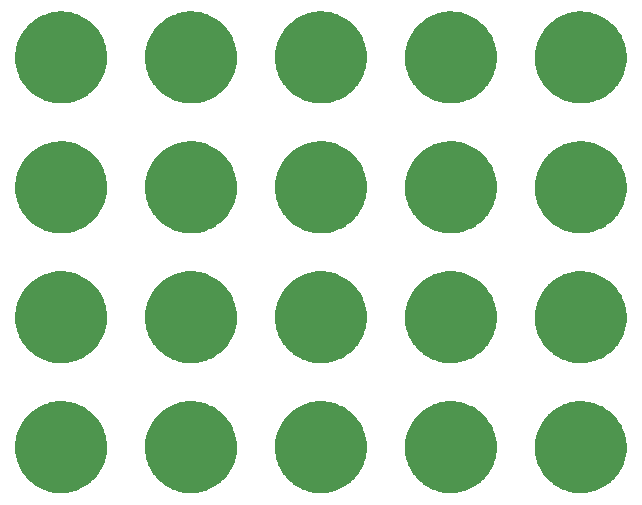
<source format=gbr>
G04 EasyPC Gerber Version 20.0.2 Build 4112 *
%FSLAX35Y35*%
%MOIN*%
%ADD15C,0.00500*%
X0Y0D02*
D02*
D15*
X858Y15382D02*
X896Y14700D01*
X966Y14020*
X1066Y13345*
X1196Y12674*
X1357Y12011*
X1549Y11355*
X1770Y10708*
X2020Y10072*
X2298Y9449*
X2605Y8839*
X2939Y8243*
X3300Y7663*
X3687Y7100*
X4100Y6555*
X4536Y6030*
X4996Y5525*
X5479Y5041*
X5983Y4580*
X6507Y4143*
X7051Y3729*
X7613Y3341*
X8192Y2979*
X8787Y2643*
X9397Y2335*
X10020Y2056*
X10655Y1804*
X11301Y1582*
X11957Y1390*
X12620Y1227*
X13290Y1095*
X13966Y993*
X14645Y922*
X15327Y883*
X16010Y874*
X16693Y896*
X17374Y950*
X18052Y1034*
X18725Y1150*
X19393Y1295*
X20053Y1471*
X20704Y1677*
X21345Y1912*
X21975Y2176*
X22593Y2469*
X23196Y2789*
X23784Y3137*
X24356Y3511*
X24910Y3911*
X25445Y4335*
X25961Y4783*
X26455Y5254*
X26928Y5748*
X27377Y6262*
X27803Y6796*
X28204Y7349*
X28580Y7919*
X28929Y8506*
X29251Y9109*
X29546Y9725*
X29812Y10354*
X30049Y10995*
X30256Y11646*
X30434Y12305*
X30582Y12972*
X30699Y13645*
X30786Y14322*
X30841Y15003*
X30866Y15686*
X30858Y16382*
X30820Y17064*
X30751Y17743*
X30651Y18419*
X30520Y19089*
X30359Y19753*
X30168Y20409*
X29947Y21056*
X29697Y21691*
X29418Y22315*
X29111Y22925*
X28777Y23521*
X28416Y24101*
X28029Y24664*
X27617Y25209*
X27180Y25734*
X26720Y26239*
X26238Y26722*
X25734Y27183*
X25209Y27621*
X24666Y28035*
X24104Y28423*
X23524Y28785*
X22930Y29120*
X22320Y29428*
X21696Y29708*
X21061Y29959*
X20415Y30181*
X19760Y30374*
X19096Y30537*
X18426Y30669*
X17751Y30770*
X17071Y30841*
X16389Y30881*
X15706Y30890*
X15024Y30867*
X14343Y30814*
X13665Y30730*
X12991Y30614*
X12324Y30469*
X11664Y30293*
X11013Y30087*
X10371Y29852*
X9741Y29587*
X9124Y29295*
X8520Y28974*
X7932Y28627*
X7361Y28253*
X6807Y27853*
X6271Y27429*
X5756Y26981*
X5261Y26509*
X4789Y26016*
X4339Y25502*
X3913Y24968*
X3512Y24415*
X3137Y23844*
X2787Y23257*
X2465Y22655*
X2171Y22039*
X1905Y21409*
X1668Y20769*
X1460Y20118*
X1282Y19459*
X1135Y18792*
X1017Y18119*
X931Y17441*
X875Y16761*
X851Y16078*
X858Y15382*
G36*
X896Y14700*
X966Y14020*
X1066Y13345*
X1196Y12674*
X1357Y12011*
X1549Y11355*
X1770Y10708*
X2020Y10072*
X2298Y9449*
X2605Y8839*
X2939Y8243*
X3300Y7663*
X3687Y7100*
X4100Y6555*
X4536Y6030*
X4996Y5525*
X5479Y5041*
X5983Y4580*
X6507Y4143*
X7051Y3729*
X7613Y3341*
X8192Y2979*
X8787Y2643*
X9397Y2335*
X10020Y2056*
X10655Y1804*
X11301Y1582*
X11957Y1390*
X12620Y1227*
X13290Y1095*
X13966Y993*
X14645Y922*
X15327Y883*
X16010Y874*
X16693Y896*
X17374Y950*
X18052Y1034*
X18725Y1150*
X19393Y1295*
X20053Y1471*
X20704Y1677*
X21345Y1912*
X21975Y2176*
X22593Y2469*
X23196Y2789*
X23784Y3137*
X24356Y3511*
X24910Y3911*
X25445Y4335*
X25961Y4783*
X26455Y5254*
X26928Y5748*
X27377Y6262*
X27803Y6796*
X28204Y7349*
X28580Y7919*
X28929Y8506*
X29251Y9109*
X29546Y9725*
X29812Y10354*
X30049Y10995*
X30256Y11646*
X30434Y12305*
X30582Y12972*
X30699Y13645*
X30786Y14322*
X30841Y15003*
X30866Y15686*
X30858Y16382*
X30820Y17064*
X30751Y17743*
X30651Y18419*
X30520Y19089*
X30359Y19753*
X30168Y20409*
X29947Y21056*
X29697Y21691*
X29418Y22315*
X29111Y22925*
X28777Y23521*
X28416Y24101*
X28029Y24664*
X27617Y25209*
X27180Y25734*
X26720Y26239*
X26238Y26722*
X25734Y27183*
X25209Y27621*
X24666Y28035*
X24104Y28423*
X23524Y28785*
X22930Y29120*
X22320Y29428*
X21696Y29708*
X21061Y29959*
X20415Y30181*
X19760Y30374*
X19096Y30537*
X18426Y30669*
X17751Y30770*
X17071Y30841*
X16389Y30881*
X15706Y30890*
X15024Y30867*
X14343Y30814*
X13665Y30730*
X12991Y30614*
X12324Y30469*
X11664Y30293*
X11013Y30087*
X10371Y29852*
X9741Y29587*
X9124Y29295*
X8520Y28974*
X7932Y28627*
X7361Y28253*
X6807Y27853*
X6271Y27429*
X5756Y26981*
X5261Y26509*
X4789Y26016*
X4339Y25502*
X3913Y24968*
X3512Y24415*
X3137Y23844*
X2787Y23257*
X2465Y22655*
X2171Y22039*
X1905Y21409*
X1668Y20769*
X1460Y20118*
X1282Y19459*
X1135Y18792*
X1017Y18119*
X931Y17441*
X875Y16761*
X851Y16078*
X858Y15382*
G37*
Y58689D02*
X896Y58007D01*
X966Y57328*
X1066Y56652*
X1196Y55981*
X1357Y55318*
X1549Y54662*
X1770Y54015*
X2020Y53380*
X2298Y52756*
X2605Y52146*
X2939Y51550*
X3300Y50970*
X3687Y50407*
X4100Y49862*
X4536Y49337*
X4996Y48832*
X5479Y48348*
X5983Y47887*
X6507Y47450*
X7051Y47036*
X7613Y46648*
X8192Y46286*
X8787Y45950*
X9397Y45643*
X10020Y45363*
X10655Y45111*
X11301Y44889*
X11957Y44697*
X12620Y44534*
X13290Y44402*
X13966Y44300*
X14645Y44230*
X15327Y44190*
X16010Y44181*
X16693Y44204*
X17374Y44257*
X18052Y44341*
X18725Y44457*
X19393Y44602*
X20053Y44778*
X20704Y44984*
X21345Y45219*
X21975Y45483*
X22593Y45776*
X23196Y46096*
X23784Y46444*
X24356Y46818*
X24910Y47218*
X25445Y47642*
X25961Y48090*
X26455Y48561*
X26928Y49055*
X27377Y49569*
X27803Y50103*
X28204Y50656*
X28580Y51226*
X28929Y51813*
X29251Y52416*
X29546Y53032*
X29812Y53661*
X30049Y54302*
X30256Y54953*
X30434Y55612*
X30582Y56279*
X30699Y56952*
X30786Y57630*
X30841Y58310*
X30866Y58993*
X30858Y59689*
X30820Y60371*
X30751Y61050*
X30651Y61726*
X30520Y62396*
X30359Y63060*
X30168Y63716*
X29947Y64363*
X29697Y64998*
X29418Y65622*
X29111Y66232*
X28777Y66828*
X28416Y67408*
X28029Y67971*
X27617Y68516*
X27180Y69041*
X26720Y69546*
X26238Y70030*
X25734Y70491*
X25209Y70928*
X24666Y71342*
X24104Y71730*
X23524Y72092*
X22930Y72428*
X22320Y72735*
X21696Y73015*
X21061Y73267*
X20415Y73489*
X19760Y73681*
X19096Y73844*
X18426Y73976*
X17751Y74078*
X17071Y74148*
X16389Y74188*
X15706Y74197*
X15024Y74174*
X14343Y74121*
X13665Y74037*
X12991Y73921*
X12324Y73776*
X11664Y73600*
X11013Y73394*
X10371Y73159*
X9741Y72894*
X9124Y72602*
X8520Y72281*
X7932Y71934*
X7361Y71560*
X6807Y71160*
X6271Y70736*
X5756Y70288*
X5261Y69817*
X4789Y69323*
X4339Y68809*
X3913Y68275*
X3512Y67722*
X3137Y67152*
X2787Y66565*
X2465Y65962*
X2171Y65346*
X1905Y64717*
X1668Y64076*
X1460Y63425*
X1282Y62766*
X1135Y62099*
X1017Y61426*
X931Y60748*
X875Y60068*
X851Y59385*
X858Y58689*
G36*
X896Y58007*
X966Y57328*
X1066Y56652*
X1196Y55981*
X1357Y55318*
X1549Y54662*
X1770Y54015*
X2020Y53380*
X2298Y52756*
X2605Y52146*
X2939Y51550*
X3300Y50970*
X3687Y50407*
X4100Y49862*
X4536Y49337*
X4996Y48832*
X5479Y48348*
X5983Y47887*
X6507Y47450*
X7051Y47036*
X7613Y46648*
X8192Y46286*
X8787Y45950*
X9397Y45643*
X10020Y45363*
X10655Y45111*
X11301Y44889*
X11957Y44697*
X12620Y44534*
X13290Y44402*
X13966Y44300*
X14645Y44230*
X15327Y44190*
X16010Y44181*
X16693Y44204*
X17374Y44257*
X18052Y44341*
X18725Y44457*
X19393Y44602*
X20053Y44778*
X20704Y44984*
X21345Y45219*
X21975Y45483*
X22593Y45776*
X23196Y46096*
X23784Y46444*
X24356Y46818*
X24910Y47218*
X25445Y47642*
X25961Y48090*
X26455Y48561*
X26928Y49055*
X27377Y49569*
X27803Y50103*
X28204Y50656*
X28580Y51226*
X28929Y51813*
X29251Y52416*
X29546Y53032*
X29812Y53661*
X30049Y54302*
X30256Y54953*
X30434Y55612*
X30582Y56279*
X30699Y56952*
X30786Y57630*
X30841Y58310*
X30866Y58993*
X30858Y59689*
X30820Y60371*
X30751Y61050*
X30651Y61726*
X30520Y62396*
X30359Y63060*
X30168Y63716*
X29947Y64363*
X29697Y64998*
X29418Y65622*
X29111Y66232*
X28777Y66828*
X28416Y67408*
X28029Y67971*
X27617Y68516*
X27180Y69041*
X26720Y69546*
X26238Y70030*
X25734Y70491*
X25209Y70928*
X24666Y71342*
X24104Y71730*
X23524Y72092*
X22930Y72428*
X22320Y72735*
X21696Y73015*
X21061Y73267*
X20415Y73489*
X19760Y73681*
X19096Y73844*
X18426Y73976*
X17751Y74078*
X17071Y74148*
X16389Y74188*
X15706Y74197*
X15024Y74174*
X14343Y74121*
X13665Y74037*
X12991Y73921*
X12324Y73776*
X11664Y73600*
X11013Y73394*
X10371Y73159*
X9741Y72894*
X9124Y72602*
X8520Y72281*
X7932Y71934*
X7361Y71560*
X6807Y71160*
X6271Y70736*
X5756Y70288*
X5261Y69817*
X4789Y69323*
X4339Y68809*
X3913Y68275*
X3512Y67722*
X3137Y67152*
X2787Y66565*
X2465Y65962*
X2171Y65346*
X1905Y64717*
X1668Y64076*
X1460Y63425*
X1282Y62766*
X1135Y62099*
X1017Y61426*
X931Y60748*
X875Y60068*
X851Y59385*
X858Y58689*
G37*
Y101996D02*
X896Y101314D01*
X966Y100635*
X1066Y99959*
X1196Y99289*
X1357Y98625*
X1549Y97969*
X1770Y97322*
X2020Y96687*
X2298Y96063*
X2605Y95453*
X2939Y94857*
X3300Y94277*
X3687Y93714*
X4100Y93169*
X4536Y92644*
X4996Y92139*
X5479Y91656*
X5983Y91194*
X6507Y90757*
X7051Y90343*
X7613Y89955*
X8192Y89593*
X8787Y89257*
X9397Y88950*
X10020Y88670*
X10655Y88419*
X11301Y88196*
X11957Y88004*
X12620Y87841*
X13290Y87709*
X13966Y87607*
X14645Y87537*
X15327Y87497*
X16010Y87488*
X16693Y87511*
X17374Y87564*
X18052Y87648*
X18725Y87764*
X19393Y87909*
X20053Y88085*
X20704Y88291*
X21345Y88526*
X21975Y88791*
X22593Y89083*
X23196Y89404*
X23784Y89751*
X24356Y90125*
X24910Y90525*
X25445Y90949*
X25961Y91397*
X26455Y91869*
X26928Y92362*
X27377Y92876*
X27803Y93410*
X28204Y93963*
X28580Y94533*
X28929Y95120*
X29251Y95723*
X29546Y96339*
X29812Y96969*
X30049Y97609*
X30256Y98260*
X30434Y98919*
X30582Y99586*
X30699Y100259*
X30786Y100937*
X30841Y101617*
X30866Y102300*
X30858Y102996*
X30820Y103678*
X30751Y104357*
X30651Y105033*
X30520Y105704*
X30359Y106367*
X30168Y107023*
X29947Y107670*
X29697Y108306*
X29418Y108929*
X29111Y109539*
X28777Y110135*
X28416Y110715*
X28029Y111278*
X27617Y111823*
X27180Y112348*
X26720Y112853*
X26238Y113337*
X25734Y113798*
X25209Y114235*
X24666Y114649*
X24104Y115037*
X23524Y115399*
X22930Y115735*
X22320Y116043*
X21696Y116322*
X21061Y116574*
X20415Y116796*
X19760Y116988*
X19096Y117151*
X18426Y117283*
X17751Y117385*
X17071Y117456*
X16389Y117495*
X15706Y117504*
X15024Y117481*
X14343Y117428*
X13665Y117344*
X12991Y117228*
X12324Y117083*
X11664Y116907*
X11013Y116701*
X10371Y116466*
X9741Y116202*
X9124Y115909*
X8520Y115589*
X7932Y115241*
X7361Y114867*
X6807Y114467*
X6271Y114043*
X5756Y113595*
X5261Y113124*
X4789Y112630*
X4339Y112116*
X3913Y111582*
X3512Y111029*
X3137Y110459*
X2787Y109872*
X2465Y109269*
X2171Y108653*
X1905Y108024*
X1668Y107383*
X1460Y106732*
X1282Y106073*
X1135Y105406*
X1017Y104733*
X931Y104056*
X875Y103375*
X851Y102692*
X858Y101996*
G36*
X896Y101314*
X966Y100635*
X1066Y99959*
X1196Y99289*
X1357Y98625*
X1549Y97969*
X1770Y97322*
X2020Y96687*
X2298Y96063*
X2605Y95453*
X2939Y94857*
X3300Y94277*
X3687Y93714*
X4100Y93169*
X4536Y92644*
X4996Y92139*
X5479Y91656*
X5983Y91194*
X6507Y90757*
X7051Y90343*
X7613Y89955*
X8192Y89593*
X8787Y89257*
X9397Y88950*
X10020Y88670*
X10655Y88419*
X11301Y88196*
X11957Y88004*
X12620Y87841*
X13290Y87709*
X13966Y87607*
X14645Y87537*
X15327Y87497*
X16010Y87488*
X16693Y87511*
X17374Y87564*
X18052Y87648*
X18725Y87764*
X19393Y87909*
X20053Y88085*
X20704Y88291*
X21345Y88526*
X21975Y88791*
X22593Y89083*
X23196Y89404*
X23784Y89751*
X24356Y90125*
X24910Y90525*
X25445Y90949*
X25961Y91397*
X26455Y91869*
X26928Y92362*
X27377Y92876*
X27803Y93410*
X28204Y93963*
X28580Y94533*
X28929Y95120*
X29251Y95723*
X29546Y96339*
X29812Y96969*
X30049Y97609*
X30256Y98260*
X30434Y98919*
X30582Y99586*
X30699Y100259*
X30786Y100937*
X30841Y101617*
X30866Y102300*
X30858Y102996*
X30820Y103678*
X30751Y104357*
X30651Y105033*
X30520Y105704*
X30359Y106367*
X30168Y107023*
X29947Y107670*
X29697Y108306*
X29418Y108929*
X29111Y109539*
X28777Y110135*
X28416Y110715*
X28029Y111278*
X27617Y111823*
X27180Y112348*
X26720Y112853*
X26238Y113337*
X25734Y113798*
X25209Y114235*
X24666Y114649*
X24104Y115037*
X23524Y115399*
X22930Y115735*
X22320Y116043*
X21696Y116322*
X21061Y116574*
X20415Y116796*
X19760Y116988*
X19096Y117151*
X18426Y117283*
X17751Y117385*
X17071Y117456*
X16389Y117495*
X15706Y117504*
X15024Y117481*
X14343Y117428*
X13665Y117344*
X12991Y117228*
X12324Y117083*
X11664Y116907*
X11013Y116701*
X10371Y116466*
X9741Y116202*
X9124Y115909*
X8520Y115589*
X7932Y115241*
X7361Y114867*
X6807Y114467*
X6271Y114043*
X5756Y113595*
X5261Y113124*
X4789Y112630*
X4339Y112116*
X3913Y111582*
X3512Y111029*
X3137Y110459*
X2787Y109872*
X2465Y109269*
X2171Y108653*
X1905Y108024*
X1668Y107383*
X1460Y106732*
X1282Y106073*
X1135Y105406*
X1017Y104733*
X931Y104056*
X875Y103375*
X851Y102692*
X858Y101996*
G37*
Y145303D02*
X896Y144621D01*
X966Y143942*
X1066Y143266*
X1196Y142596*
X1357Y141932*
X1549Y141276*
X1770Y140630*
X2020Y139994*
X2298Y139370*
X2605Y138760*
X2939Y138164*
X3300Y137584*
X3687Y137021*
X4100Y136476*
X4536Y135951*
X4996Y135446*
X5479Y134963*
X5983Y134502*
X6507Y134064*
X7051Y133650*
X7613Y133262*
X8192Y132900*
X8787Y132565*
X9397Y132257*
X10020Y131977*
X10655Y131726*
X11301Y131504*
X11957Y131311*
X12620Y131148*
X13290Y131016*
X13966Y130915*
X14645Y130844*
X15327Y130804*
X16010Y130795*
X16693Y130818*
X17374Y130871*
X18052Y130956*
X18725Y131071*
X19393Y131217*
X20053Y131393*
X20704Y131598*
X21345Y131833*
X21975Y132098*
X22593Y132390*
X23196Y132711*
X23784Y133058*
X24356Y133432*
X24910Y133832*
X25445Y134256*
X25961Y134704*
X26455Y135176*
X26928Y135669*
X27377Y136183*
X27803Y136717*
X28204Y137270*
X28580Y137841*
X28929Y138428*
X29251Y139030*
X29546Y139646*
X29812Y140276*
X30049Y140916*
X30256Y141567*
X30434Y142226*
X30582Y142893*
X30699Y143566*
X30786Y144244*
X30841Y144924*
X30866Y145607*
X30858Y146303*
X30820Y146985*
X30751Y147665*
X30651Y148340*
X30520Y149011*
X30359Y149674*
X30168Y150330*
X29947Y150977*
X29697Y151613*
X29418Y152236*
X29111Y152846*
X28777Y153442*
X28416Y154022*
X28029Y154585*
X27617Y155130*
X27180Y155655*
X26720Y156160*
X26238Y156644*
X25734Y157105*
X25209Y157543*
X24666Y157956*
X24104Y158344*
X23524Y158706*
X22930Y159042*
X22320Y159350*
X21696Y159630*
X21061Y159881*
X20415Y160103*
X19760Y160295*
X19096Y160458*
X18426Y160590*
X17751Y160692*
X17071Y160763*
X16389Y160802*
X15706Y160811*
X15024Y160789*
X14343Y160735*
X13665Y160651*
X12991Y160535*
X12324Y160390*
X11664Y160214*
X11013Y160008*
X10371Y159773*
X9741Y159509*
X9124Y159216*
X8520Y158896*
X7932Y158548*
X7361Y158174*
X6807Y157774*
X6271Y157350*
X5756Y156902*
X5261Y156431*
X4789Y155937*
X4339Y155423*
X3913Y154889*
X3512Y154336*
X3137Y153766*
X2787Y153179*
X2465Y152576*
X2171Y151960*
X1905Y151331*
X1668Y150690*
X1460Y150039*
X1282Y149380*
X1135Y148713*
X1017Y148040*
X931Y147363*
X875Y146682*
X851Y145999*
X858Y145303*
G36*
X896Y144621*
X966Y143942*
X1066Y143266*
X1196Y142596*
X1357Y141932*
X1549Y141276*
X1770Y140630*
X2020Y139994*
X2298Y139370*
X2605Y138760*
X2939Y138164*
X3300Y137584*
X3687Y137021*
X4100Y136476*
X4536Y135951*
X4996Y135446*
X5479Y134963*
X5983Y134502*
X6507Y134064*
X7051Y133650*
X7613Y133262*
X8192Y132900*
X8787Y132565*
X9397Y132257*
X10020Y131977*
X10655Y131726*
X11301Y131504*
X11957Y131311*
X12620Y131148*
X13290Y131016*
X13966Y130915*
X14645Y130844*
X15327Y130804*
X16010Y130795*
X16693Y130818*
X17374Y130871*
X18052Y130956*
X18725Y131071*
X19393Y131217*
X20053Y131393*
X20704Y131598*
X21345Y131833*
X21975Y132098*
X22593Y132390*
X23196Y132711*
X23784Y133058*
X24356Y133432*
X24910Y133832*
X25445Y134256*
X25961Y134704*
X26455Y135176*
X26928Y135669*
X27377Y136183*
X27803Y136717*
X28204Y137270*
X28580Y137841*
X28929Y138428*
X29251Y139030*
X29546Y139646*
X29812Y140276*
X30049Y140916*
X30256Y141567*
X30434Y142226*
X30582Y142893*
X30699Y143566*
X30786Y144244*
X30841Y144924*
X30866Y145607*
X30858Y146303*
X30820Y146985*
X30751Y147665*
X30651Y148340*
X30520Y149011*
X30359Y149674*
X30168Y150330*
X29947Y150977*
X29697Y151613*
X29418Y152236*
X29111Y152846*
X28777Y153442*
X28416Y154022*
X28029Y154585*
X27617Y155130*
X27180Y155655*
X26720Y156160*
X26238Y156644*
X25734Y157105*
X25209Y157543*
X24666Y157956*
X24104Y158344*
X23524Y158706*
X22930Y159042*
X22320Y159350*
X21696Y159630*
X21061Y159881*
X20415Y160103*
X19760Y160295*
X19096Y160458*
X18426Y160590*
X17751Y160692*
X17071Y160763*
X16389Y160802*
X15706Y160811*
X15024Y160789*
X14343Y160735*
X13665Y160651*
X12991Y160535*
X12324Y160390*
X11664Y160214*
X11013Y160008*
X10371Y159773*
X9741Y159509*
X9124Y159216*
X8520Y158896*
X7932Y158548*
X7361Y158174*
X6807Y157774*
X6271Y157350*
X5756Y156902*
X5261Y156431*
X4789Y155937*
X4339Y155423*
X3913Y154889*
X3512Y154336*
X3137Y153766*
X2787Y153179*
X2465Y152576*
X2171Y151960*
X1905Y151331*
X1668Y150690*
X1460Y150039*
X1282Y149380*
X1135Y148713*
X1017Y148040*
X931Y147363*
X875Y146682*
X851Y145999*
X858Y145303*
G37*
X44165Y15382D02*
X44204Y14700D01*
X44273Y14020*
X44373Y13345*
X44504Y12674*
X44665Y12011*
X44856Y11355*
X45077Y10708*
X45327Y10072*
X45606Y9449*
X45912Y8839*
X46246Y8243*
X46607Y7663*
X46994Y7100*
X47407Y6555*
X47843Y6030*
X48303Y5525*
X48786Y5041*
X49290Y4580*
X49814Y4143*
X50358Y3729*
X50920Y3341*
X51499Y2979*
X52094Y2643*
X52704Y2335*
X53327Y2056*
X53962Y1804*
X54608Y1582*
X55264Y1390*
X55927Y1227*
X56597Y1095*
X57273Y993*
X57952Y922*
X58634Y883*
X59317Y874*
X60000Y896*
X60681Y950*
X61359Y1034*
X62032Y1150*
X62700Y1295*
X63360Y1471*
X64011Y1677*
X64652Y1912*
X65282Y2176*
X65900Y2469*
X66503Y2789*
X67091Y3137*
X67663Y3511*
X68217Y3911*
X68752Y4335*
X69268Y4783*
X69762Y5254*
X70235Y5748*
X70684Y6262*
X71110Y6796*
X71511Y7349*
X71887Y7919*
X72236Y8506*
X72558Y9109*
X72853Y9725*
X73119Y10354*
X73356Y10995*
X73563Y11646*
X73741Y12305*
X73889Y12972*
X74006Y13645*
X74093Y14322*
X74148Y15003*
X74173Y15686*
X74165Y16382*
X74127Y17064*
X74058Y17743*
X73958Y18419*
X73827Y19089*
X73666Y19753*
X73475Y20409*
X73254Y21056*
X73004Y21691*
X72725Y22315*
X72419Y22925*
X72084Y23521*
X71723Y24101*
X71336Y24664*
X70924Y25209*
X70487Y25734*
X70028Y26239*
X69545Y26722*
X69041Y27183*
X68517Y27621*
X67973Y28035*
X67411Y28423*
X66831Y28785*
X66237Y29120*
X65627Y29428*
X65004Y29708*
X64369Y29959*
X63722Y30181*
X63067Y30374*
X62404Y30537*
X61733Y30669*
X61058Y30770*
X60378Y30841*
X59696Y30881*
X59013Y30890*
X58331Y30867*
X57650Y30814*
X56972Y30730*
X56298Y30614*
X55631Y30469*
X54971Y30293*
X54320Y30087*
X53678Y29852*
X53048Y29587*
X52431Y29295*
X51828Y28974*
X51239Y28627*
X50668Y28253*
X50114Y27853*
X49578Y27429*
X49063Y26981*
X48569Y26509*
X48096Y26016*
X47646Y25502*
X47220Y24968*
X46819Y24415*
X46444Y23844*
X46094Y23257*
X45772Y22655*
X45478Y22039*
X45212Y21409*
X44975Y20769*
X44767Y20118*
X44589Y19459*
X44442Y18792*
X44324Y18119*
X44238Y17441*
X44182Y16761*
X44158Y16078*
X44165Y15382*
G36*
X44204Y14700*
X44273Y14020*
X44373Y13345*
X44504Y12674*
X44665Y12011*
X44856Y11355*
X45077Y10708*
X45327Y10072*
X45606Y9449*
X45912Y8839*
X46246Y8243*
X46607Y7663*
X46994Y7100*
X47407Y6555*
X47843Y6030*
X48303Y5525*
X48786Y5041*
X49290Y4580*
X49814Y4143*
X50358Y3729*
X50920Y3341*
X51499Y2979*
X52094Y2643*
X52704Y2335*
X53327Y2056*
X53962Y1804*
X54608Y1582*
X55264Y1390*
X55927Y1227*
X56597Y1095*
X57273Y993*
X57952Y922*
X58634Y883*
X59317Y874*
X60000Y896*
X60681Y950*
X61359Y1034*
X62032Y1150*
X62700Y1295*
X63360Y1471*
X64011Y1677*
X64652Y1912*
X65282Y2176*
X65900Y2469*
X66503Y2789*
X67091Y3137*
X67663Y3511*
X68217Y3911*
X68752Y4335*
X69268Y4783*
X69762Y5254*
X70235Y5748*
X70684Y6262*
X71110Y6796*
X71511Y7349*
X71887Y7919*
X72236Y8506*
X72558Y9109*
X72853Y9725*
X73119Y10354*
X73356Y10995*
X73563Y11646*
X73741Y12305*
X73889Y12972*
X74006Y13645*
X74093Y14322*
X74148Y15003*
X74173Y15686*
X74165Y16382*
X74127Y17064*
X74058Y17743*
X73958Y18419*
X73827Y19089*
X73666Y19753*
X73475Y20409*
X73254Y21056*
X73004Y21691*
X72725Y22315*
X72419Y22925*
X72084Y23521*
X71723Y24101*
X71336Y24664*
X70924Y25209*
X70487Y25734*
X70028Y26239*
X69545Y26722*
X69041Y27183*
X68517Y27621*
X67973Y28035*
X67411Y28423*
X66831Y28785*
X66237Y29120*
X65627Y29428*
X65004Y29708*
X64369Y29959*
X63722Y30181*
X63067Y30374*
X62404Y30537*
X61733Y30669*
X61058Y30770*
X60378Y30841*
X59696Y30881*
X59013Y30890*
X58331Y30867*
X57650Y30814*
X56972Y30730*
X56298Y30614*
X55631Y30469*
X54971Y30293*
X54320Y30087*
X53678Y29852*
X53048Y29587*
X52431Y29295*
X51828Y28974*
X51239Y28627*
X50668Y28253*
X50114Y27853*
X49578Y27429*
X49063Y26981*
X48569Y26509*
X48096Y26016*
X47646Y25502*
X47220Y24968*
X46819Y24415*
X46444Y23844*
X46094Y23257*
X45772Y22655*
X45478Y22039*
X45212Y21409*
X44975Y20769*
X44767Y20118*
X44589Y19459*
X44442Y18792*
X44324Y18119*
X44238Y17441*
X44182Y16761*
X44158Y16078*
X44165Y15382*
G37*
Y58689D02*
X44204Y58007D01*
X44273Y57328*
X44373Y56652*
X44504Y55981*
X44665Y55318*
X44856Y54662*
X45077Y54015*
X45327Y53380*
X45606Y52756*
X45912Y52146*
X46246Y51550*
X46607Y50970*
X46994Y50407*
X47407Y49862*
X47843Y49337*
X48303Y48832*
X48786Y48348*
X49290Y47887*
X49814Y47450*
X50358Y47036*
X50920Y46648*
X51499Y46286*
X52094Y45950*
X52704Y45643*
X53327Y45363*
X53962Y45111*
X54608Y44889*
X55264Y44697*
X55927Y44534*
X56597Y44402*
X57273Y44300*
X57952Y44230*
X58634Y44190*
X59317Y44181*
X60000Y44204*
X60681Y44257*
X61359Y44341*
X62032Y44457*
X62700Y44602*
X63360Y44778*
X64011Y44984*
X64652Y45219*
X65282Y45483*
X65900Y45776*
X66503Y46096*
X67091Y46444*
X67663Y46818*
X68217Y47218*
X68752Y47642*
X69268Y48090*
X69762Y48561*
X70235Y49055*
X70684Y49569*
X71110Y50103*
X71511Y50656*
X71887Y51226*
X72236Y51813*
X72558Y52416*
X72853Y53032*
X73119Y53661*
X73356Y54302*
X73563Y54953*
X73741Y55612*
X73889Y56279*
X74006Y56952*
X74093Y57630*
X74148Y58310*
X74173Y58993*
X74165Y59689*
X74127Y60371*
X74058Y61050*
X73958Y61726*
X73827Y62396*
X73666Y63060*
X73475Y63716*
X73254Y64363*
X73004Y64998*
X72725Y65622*
X72419Y66232*
X72084Y66828*
X71723Y67408*
X71336Y67971*
X70924Y68516*
X70487Y69041*
X70028Y69546*
X69545Y70030*
X69041Y70491*
X68517Y70928*
X67973Y71342*
X67411Y71730*
X66831Y72092*
X66237Y72428*
X65627Y72735*
X65004Y73015*
X64369Y73267*
X63722Y73489*
X63067Y73681*
X62404Y73844*
X61733Y73976*
X61058Y74078*
X60378Y74148*
X59696Y74188*
X59013Y74197*
X58331Y74174*
X57650Y74121*
X56972Y74037*
X56298Y73921*
X55631Y73776*
X54971Y73600*
X54320Y73394*
X53678Y73159*
X53048Y72894*
X52431Y72602*
X51828Y72281*
X51239Y71934*
X50668Y71560*
X50114Y71160*
X49578Y70736*
X49063Y70288*
X48569Y69817*
X48096Y69323*
X47646Y68809*
X47220Y68275*
X46819Y67722*
X46444Y67152*
X46094Y66565*
X45772Y65962*
X45478Y65346*
X45212Y64717*
X44975Y64076*
X44767Y63425*
X44589Y62766*
X44442Y62099*
X44324Y61426*
X44238Y60748*
X44182Y60068*
X44158Y59385*
X44165Y58689*
G36*
X44204Y58007*
X44273Y57328*
X44373Y56652*
X44504Y55981*
X44665Y55318*
X44856Y54662*
X45077Y54015*
X45327Y53380*
X45606Y52756*
X45912Y52146*
X46246Y51550*
X46607Y50970*
X46994Y50407*
X47407Y49862*
X47843Y49337*
X48303Y48832*
X48786Y48348*
X49290Y47887*
X49814Y47450*
X50358Y47036*
X50920Y46648*
X51499Y46286*
X52094Y45950*
X52704Y45643*
X53327Y45363*
X53962Y45111*
X54608Y44889*
X55264Y44697*
X55927Y44534*
X56597Y44402*
X57273Y44300*
X57952Y44230*
X58634Y44190*
X59317Y44181*
X60000Y44204*
X60681Y44257*
X61359Y44341*
X62032Y44457*
X62700Y44602*
X63360Y44778*
X64011Y44984*
X64652Y45219*
X65282Y45483*
X65900Y45776*
X66503Y46096*
X67091Y46444*
X67663Y46818*
X68217Y47218*
X68752Y47642*
X69268Y48090*
X69762Y48561*
X70235Y49055*
X70684Y49569*
X71110Y50103*
X71511Y50656*
X71887Y51226*
X72236Y51813*
X72558Y52416*
X72853Y53032*
X73119Y53661*
X73356Y54302*
X73563Y54953*
X73741Y55612*
X73889Y56279*
X74006Y56952*
X74093Y57630*
X74148Y58310*
X74173Y58993*
X74165Y59689*
X74127Y60371*
X74058Y61050*
X73958Y61726*
X73827Y62396*
X73666Y63060*
X73475Y63716*
X73254Y64363*
X73004Y64998*
X72725Y65622*
X72419Y66232*
X72084Y66828*
X71723Y67408*
X71336Y67971*
X70924Y68516*
X70487Y69041*
X70028Y69546*
X69545Y70030*
X69041Y70491*
X68517Y70928*
X67973Y71342*
X67411Y71730*
X66831Y72092*
X66237Y72428*
X65627Y72735*
X65004Y73015*
X64369Y73267*
X63722Y73489*
X63067Y73681*
X62404Y73844*
X61733Y73976*
X61058Y74078*
X60378Y74148*
X59696Y74188*
X59013Y74197*
X58331Y74174*
X57650Y74121*
X56972Y74037*
X56298Y73921*
X55631Y73776*
X54971Y73600*
X54320Y73394*
X53678Y73159*
X53048Y72894*
X52431Y72602*
X51828Y72281*
X51239Y71934*
X50668Y71560*
X50114Y71160*
X49578Y70736*
X49063Y70288*
X48569Y69817*
X48096Y69323*
X47646Y68809*
X47220Y68275*
X46819Y67722*
X46444Y67152*
X46094Y66565*
X45772Y65962*
X45478Y65346*
X45212Y64717*
X44975Y64076*
X44767Y63425*
X44589Y62766*
X44442Y62099*
X44324Y61426*
X44238Y60748*
X44182Y60068*
X44158Y59385*
X44165Y58689*
G37*
Y101996D02*
X44204Y101314D01*
X44273Y100635*
X44373Y99959*
X44504Y99289*
X44665Y98625*
X44856Y97969*
X45077Y97322*
X45327Y96687*
X45606Y96063*
X45912Y95453*
X46246Y94857*
X46607Y94277*
X46994Y93714*
X47407Y93169*
X47843Y92644*
X48303Y92139*
X48786Y91656*
X49290Y91194*
X49814Y90757*
X50358Y90343*
X50920Y89955*
X51499Y89593*
X52094Y89257*
X52704Y88950*
X53327Y88670*
X53962Y88419*
X54608Y88196*
X55264Y88004*
X55927Y87841*
X56597Y87709*
X57273Y87607*
X57952Y87537*
X58634Y87497*
X59317Y87488*
X60000Y87511*
X60681Y87564*
X61359Y87648*
X62032Y87764*
X62700Y87909*
X63360Y88085*
X64011Y88291*
X64652Y88526*
X65282Y88791*
X65900Y89083*
X66503Y89404*
X67091Y89751*
X67663Y90125*
X68217Y90525*
X68752Y90949*
X69268Y91397*
X69762Y91869*
X70235Y92362*
X70684Y92876*
X71110Y93410*
X71511Y93963*
X71887Y94533*
X72236Y95120*
X72558Y95723*
X72853Y96339*
X73119Y96969*
X73356Y97609*
X73563Y98260*
X73741Y98919*
X73889Y99586*
X74006Y100259*
X74093Y100937*
X74148Y101617*
X74173Y102300*
X74165Y102996*
X74127Y103678*
X74058Y104357*
X73958Y105033*
X73827Y105704*
X73666Y106367*
X73475Y107023*
X73254Y107670*
X73004Y108306*
X72725Y108929*
X72419Y109539*
X72084Y110135*
X71723Y110715*
X71336Y111278*
X70924Y111823*
X70487Y112348*
X70028Y112853*
X69545Y113337*
X69041Y113798*
X68517Y114235*
X67973Y114649*
X67411Y115037*
X66831Y115399*
X66237Y115735*
X65627Y116043*
X65004Y116322*
X64369Y116574*
X63722Y116796*
X63067Y116988*
X62404Y117151*
X61733Y117283*
X61058Y117385*
X60378Y117456*
X59696Y117495*
X59013Y117504*
X58331Y117481*
X57650Y117428*
X56972Y117344*
X56298Y117228*
X55631Y117083*
X54971Y116907*
X54320Y116701*
X53678Y116466*
X53048Y116202*
X52431Y115909*
X51828Y115589*
X51239Y115241*
X50668Y114867*
X50114Y114467*
X49578Y114043*
X49063Y113595*
X48569Y113124*
X48096Y112630*
X47646Y112116*
X47220Y111582*
X46819Y111029*
X46444Y110459*
X46094Y109872*
X45772Y109269*
X45478Y108653*
X45212Y108024*
X44975Y107383*
X44767Y106732*
X44589Y106073*
X44442Y105406*
X44324Y104733*
X44238Y104056*
X44182Y103375*
X44158Y102692*
X44165Y101996*
G36*
X44204Y101314*
X44273Y100635*
X44373Y99959*
X44504Y99289*
X44665Y98625*
X44856Y97969*
X45077Y97322*
X45327Y96687*
X45606Y96063*
X45912Y95453*
X46246Y94857*
X46607Y94277*
X46994Y93714*
X47407Y93169*
X47843Y92644*
X48303Y92139*
X48786Y91656*
X49290Y91194*
X49814Y90757*
X50358Y90343*
X50920Y89955*
X51499Y89593*
X52094Y89257*
X52704Y88950*
X53327Y88670*
X53962Y88419*
X54608Y88196*
X55264Y88004*
X55927Y87841*
X56597Y87709*
X57273Y87607*
X57952Y87537*
X58634Y87497*
X59317Y87488*
X60000Y87511*
X60681Y87564*
X61359Y87648*
X62032Y87764*
X62700Y87909*
X63360Y88085*
X64011Y88291*
X64652Y88526*
X65282Y88791*
X65900Y89083*
X66503Y89404*
X67091Y89751*
X67663Y90125*
X68217Y90525*
X68752Y90949*
X69268Y91397*
X69762Y91869*
X70235Y92362*
X70684Y92876*
X71110Y93410*
X71511Y93963*
X71887Y94533*
X72236Y95120*
X72558Y95723*
X72853Y96339*
X73119Y96969*
X73356Y97609*
X73563Y98260*
X73741Y98919*
X73889Y99586*
X74006Y100259*
X74093Y100937*
X74148Y101617*
X74173Y102300*
X74165Y102996*
X74127Y103678*
X74058Y104357*
X73958Y105033*
X73827Y105704*
X73666Y106367*
X73475Y107023*
X73254Y107670*
X73004Y108306*
X72725Y108929*
X72419Y109539*
X72084Y110135*
X71723Y110715*
X71336Y111278*
X70924Y111823*
X70487Y112348*
X70028Y112853*
X69545Y113337*
X69041Y113798*
X68517Y114235*
X67973Y114649*
X67411Y115037*
X66831Y115399*
X66237Y115735*
X65627Y116043*
X65004Y116322*
X64369Y116574*
X63722Y116796*
X63067Y116988*
X62404Y117151*
X61733Y117283*
X61058Y117385*
X60378Y117456*
X59696Y117495*
X59013Y117504*
X58331Y117481*
X57650Y117428*
X56972Y117344*
X56298Y117228*
X55631Y117083*
X54971Y116907*
X54320Y116701*
X53678Y116466*
X53048Y116202*
X52431Y115909*
X51828Y115589*
X51239Y115241*
X50668Y114867*
X50114Y114467*
X49578Y114043*
X49063Y113595*
X48569Y113124*
X48096Y112630*
X47646Y112116*
X47220Y111582*
X46819Y111029*
X46444Y110459*
X46094Y109872*
X45772Y109269*
X45478Y108653*
X45212Y108024*
X44975Y107383*
X44767Y106732*
X44589Y106073*
X44442Y105406*
X44324Y104733*
X44238Y104056*
X44182Y103375*
X44158Y102692*
X44165Y101996*
G37*
Y145303D02*
X44204Y144621D01*
X44273Y143942*
X44373Y143266*
X44504Y142596*
X44665Y141932*
X44856Y141276*
X45077Y140630*
X45327Y139994*
X45606Y139370*
X45912Y138760*
X46246Y138164*
X46607Y137584*
X46994Y137021*
X47407Y136476*
X47843Y135951*
X48303Y135446*
X48786Y134963*
X49290Y134502*
X49814Y134064*
X50358Y133650*
X50920Y133262*
X51499Y132900*
X52094Y132565*
X52704Y132257*
X53327Y131977*
X53962Y131726*
X54608Y131504*
X55264Y131311*
X55927Y131148*
X56597Y131016*
X57273Y130915*
X57952Y130844*
X58634Y130804*
X59317Y130795*
X60000Y130818*
X60681Y130871*
X61359Y130956*
X62032Y131071*
X62700Y131217*
X63360Y131393*
X64011Y131598*
X64652Y131833*
X65282Y132098*
X65900Y132390*
X66503Y132711*
X67091Y133058*
X67663Y133432*
X68217Y133832*
X68752Y134256*
X69268Y134704*
X69762Y135176*
X70235Y135669*
X70684Y136183*
X71110Y136717*
X71511Y137270*
X71887Y137841*
X72236Y138428*
X72558Y139030*
X72853Y139646*
X73119Y140276*
X73356Y140916*
X73563Y141567*
X73741Y142226*
X73889Y142893*
X74006Y143566*
X74093Y144244*
X74148Y144924*
X74173Y145607*
X74165Y146303*
X74127Y146985*
X74058Y147665*
X73958Y148340*
X73827Y149011*
X73666Y149674*
X73475Y150330*
X73254Y150977*
X73004Y151613*
X72725Y152236*
X72419Y152846*
X72084Y153442*
X71723Y154022*
X71336Y154585*
X70924Y155130*
X70487Y155655*
X70028Y156160*
X69545Y156644*
X69041Y157105*
X68517Y157543*
X67973Y157956*
X67411Y158344*
X66831Y158706*
X66237Y159042*
X65627Y159350*
X65004Y159630*
X64369Y159881*
X63722Y160103*
X63067Y160295*
X62404Y160458*
X61733Y160590*
X61058Y160692*
X60378Y160763*
X59696Y160802*
X59013Y160811*
X58331Y160789*
X57650Y160735*
X56972Y160651*
X56298Y160535*
X55631Y160390*
X54971Y160214*
X54320Y160008*
X53678Y159773*
X53048Y159509*
X52431Y159216*
X51828Y158896*
X51239Y158548*
X50668Y158174*
X50114Y157774*
X49578Y157350*
X49063Y156902*
X48569Y156431*
X48096Y155937*
X47646Y155423*
X47220Y154889*
X46819Y154336*
X46444Y153766*
X46094Y153179*
X45772Y152576*
X45478Y151960*
X45212Y151331*
X44975Y150690*
X44767Y150039*
X44589Y149380*
X44442Y148713*
X44324Y148040*
X44238Y147363*
X44182Y146682*
X44158Y145999*
X44165Y145303*
G36*
X44204Y144621*
X44273Y143942*
X44373Y143266*
X44504Y142596*
X44665Y141932*
X44856Y141276*
X45077Y140630*
X45327Y139994*
X45606Y139370*
X45912Y138760*
X46246Y138164*
X46607Y137584*
X46994Y137021*
X47407Y136476*
X47843Y135951*
X48303Y135446*
X48786Y134963*
X49290Y134502*
X49814Y134064*
X50358Y133650*
X50920Y133262*
X51499Y132900*
X52094Y132565*
X52704Y132257*
X53327Y131977*
X53962Y131726*
X54608Y131504*
X55264Y131311*
X55927Y131148*
X56597Y131016*
X57273Y130915*
X57952Y130844*
X58634Y130804*
X59317Y130795*
X60000Y130818*
X60681Y130871*
X61359Y130956*
X62032Y131071*
X62700Y131217*
X63360Y131393*
X64011Y131598*
X64652Y131833*
X65282Y132098*
X65900Y132390*
X66503Y132711*
X67091Y133058*
X67663Y133432*
X68217Y133832*
X68752Y134256*
X69268Y134704*
X69762Y135176*
X70235Y135669*
X70684Y136183*
X71110Y136717*
X71511Y137270*
X71887Y137841*
X72236Y138428*
X72558Y139030*
X72853Y139646*
X73119Y140276*
X73356Y140916*
X73563Y141567*
X73741Y142226*
X73889Y142893*
X74006Y143566*
X74093Y144244*
X74148Y144924*
X74173Y145607*
X74165Y146303*
X74127Y146985*
X74058Y147665*
X73958Y148340*
X73827Y149011*
X73666Y149674*
X73475Y150330*
X73254Y150977*
X73004Y151613*
X72725Y152236*
X72419Y152846*
X72084Y153442*
X71723Y154022*
X71336Y154585*
X70924Y155130*
X70487Y155655*
X70028Y156160*
X69545Y156644*
X69041Y157105*
X68517Y157543*
X67973Y157956*
X67411Y158344*
X66831Y158706*
X66237Y159042*
X65627Y159350*
X65004Y159630*
X64369Y159881*
X63722Y160103*
X63067Y160295*
X62404Y160458*
X61733Y160590*
X61058Y160692*
X60378Y160763*
X59696Y160802*
X59013Y160811*
X58331Y160789*
X57650Y160735*
X56972Y160651*
X56298Y160535*
X55631Y160390*
X54971Y160214*
X54320Y160008*
X53678Y159773*
X53048Y159509*
X52431Y159216*
X51828Y158896*
X51239Y158548*
X50668Y158174*
X50114Y157774*
X49578Y157350*
X49063Y156902*
X48569Y156431*
X48096Y155937*
X47646Y155423*
X47220Y154889*
X46819Y154336*
X46444Y153766*
X46094Y153179*
X45772Y152576*
X45478Y151960*
X45212Y151331*
X44975Y150690*
X44767Y150039*
X44589Y149380*
X44442Y148713*
X44324Y148040*
X44238Y147363*
X44182Y146682*
X44158Y145999*
X44165Y145303*
G37*
X87472Y15382D02*
X87511Y14700D01*
X87580Y14020*
X87680Y13345*
X87811Y12674*
X87972Y12011*
X88163Y11355*
X88384Y10708*
X88634Y10072*
X88913Y9449*
X89219Y8839*
X89554Y8243*
X89915Y7663*
X90302Y7100*
X90714Y6555*
X91150Y6030*
X91610Y5525*
X92093Y5041*
X92597Y4580*
X93121Y4143*
X93665Y3729*
X94227Y3341*
X94806Y2979*
X95401Y2643*
X96011Y2335*
X96634Y2056*
X97269Y1804*
X97915Y1582*
X98571Y1390*
X99234Y1227*
X99904Y1095*
X100580Y993*
X101259Y922*
X101941Y883*
X102624Y874*
X103307Y896*
X103988Y950*
X104666Y1034*
X105339Y1150*
X106007Y1295*
X106667Y1471*
X107318Y1677*
X107959Y1912*
X108589Y2176*
X109207Y2469*
X109810Y2789*
X110398Y3137*
X110970Y3511*
X111524Y3911*
X112059Y4335*
X112575Y4783*
X113069Y5254*
X113542Y5748*
X113991Y6262*
X114417Y6796*
X114819Y7349*
X115194Y7919*
X115543Y8506*
X115865Y9109*
X116160Y9725*
X116426Y10354*
X116663Y10995*
X116870Y11646*
X117048Y12305*
X117196Y12972*
X117313Y13645*
X117400Y14322*
X117456Y15003*
X117480Y15686*
X117472Y16382*
X117434Y17064*
X117365Y17743*
X117265Y18419*
X117134Y19089*
X116973Y19753*
X116782Y20409*
X116561Y21056*
X116311Y21691*
X116032Y22315*
X115726Y22925*
X115391Y23521*
X115030Y24101*
X114643Y24664*
X114231Y25209*
X113794Y25734*
X113335Y26239*
X112852Y26722*
X112348Y27183*
X111824Y27621*
X111280Y28035*
X110718Y28423*
X110139Y28785*
X109544Y29120*
X108934Y29428*
X108311Y29708*
X107676Y29959*
X107030Y30181*
X106374Y30374*
X105711Y30537*
X105041Y30669*
X104365Y30770*
X103685Y30841*
X103004Y30881*
X102320Y30890*
X101638Y30867*
X100957Y30814*
X100279Y30730*
X99606Y30614*
X98938Y30469*
X98278Y30293*
X97627Y30087*
X96985Y29852*
X96356Y29587*
X95738Y29295*
X95135Y28974*
X94546Y28627*
X93975Y28253*
X93421Y27853*
X92885Y27429*
X92370Y26981*
X91876Y26509*
X91403Y26016*
X90954Y25502*
X90528Y24968*
X90126Y24415*
X89751Y23844*
X89402Y23257*
X89080Y22655*
X88785Y22039*
X88519Y21409*
X88282Y20769*
X88074Y20118*
X87896Y19459*
X87749Y18792*
X87631Y18119*
X87545Y17441*
X87489Y16761*
X87465Y16078*
X87472Y15382*
G36*
X87511Y14700*
X87580Y14020*
X87680Y13345*
X87811Y12674*
X87972Y12011*
X88163Y11355*
X88384Y10708*
X88634Y10072*
X88913Y9449*
X89219Y8839*
X89554Y8243*
X89915Y7663*
X90302Y7100*
X90714Y6555*
X91150Y6030*
X91610Y5525*
X92093Y5041*
X92597Y4580*
X93121Y4143*
X93665Y3729*
X94227Y3341*
X94806Y2979*
X95401Y2643*
X96011Y2335*
X96634Y2056*
X97269Y1804*
X97915Y1582*
X98571Y1390*
X99234Y1227*
X99904Y1095*
X100580Y993*
X101259Y922*
X101941Y883*
X102624Y874*
X103307Y896*
X103988Y950*
X104666Y1034*
X105339Y1150*
X106007Y1295*
X106667Y1471*
X107318Y1677*
X107959Y1912*
X108589Y2176*
X109207Y2469*
X109810Y2789*
X110398Y3137*
X110970Y3511*
X111524Y3911*
X112059Y4335*
X112575Y4783*
X113069Y5254*
X113542Y5748*
X113991Y6262*
X114417Y6796*
X114819Y7349*
X115194Y7919*
X115543Y8506*
X115865Y9109*
X116160Y9725*
X116426Y10354*
X116663Y10995*
X116870Y11646*
X117048Y12305*
X117196Y12972*
X117313Y13645*
X117400Y14322*
X117456Y15003*
X117480Y15686*
X117472Y16382*
X117434Y17064*
X117365Y17743*
X117265Y18419*
X117134Y19089*
X116973Y19753*
X116782Y20409*
X116561Y21056*
X116311Y21691*
X116032Y22315*
X115726Y22925*
X115391Y23521*
X115030Y24101*
X114643Y24664*
X114231Y25209*
X113794Y25734*
X113335Y26239*
X112852Y26722*
X112348Y27183*
X111824Y27621*
X111280Y28035*
X110718Y28423*
X110139Y28785*
X109544Y29120*
X108934Y29428*
X108311Y29708*
X107676Y29959*
X107030Y30181*
X106374Y30374*
X105711Y30537*
X105041Y30669*
X104365Y30770*
X103685Y30841*
X103004Y30881*
X102320Y30890*
X101638Y30867*
X100957Y30814*
X100279Y30730*
X99606Y30614*
X98938Y30469*
X98278Y30293*
X97627Y30087*
X96985Y29852*
X96356Y29587*
X95738Y29295*
X95135Y28974*
X94546Y28627*
X93975Y28253*
X93421Y27853*
X92885Y27429*
X92370Y26981*
X91876Y26509*
X91403Y26016*
X90954Y25502*
X90528Y24968*
X90126Y24415*
X89751Y23844*
X89402Y23257*
X89080Y22655*
X88785Y22039*
X88519Y21409*
X88282Y20769*
X88074Y20118*
X87896Y19459*
X87749Y18792*
X87631Y18119*
X87545Y17441*
X87489Y16761*
X87465Y16078*
X87472Y15382*
G37*
Y58689D02*
X87511Y58007D01*
X87580Y57328*
X87680Y56652*
X87811Y55981*
X87972Y55318*
X88163Y54662*
X88384Y54015*
X88634Y53380*
X88913Y52756*
X89219Y52146*
X89554Y51550*
X89915Y50970*
X90302Y50407*
X90714Y49862*
X91150Y49337*
X91610Y48832*
X92093Y48348*
X92597Y47887*
X93121Y47450*
X93665Y47036*
X94227Y46648*
X94806Y46286*
X95401Y45950*
X96011Y45643*
X96634Y45363*
X97269Y45111*
X97915Y44889*
X98571Y44697*
X99234Y44534*
X99904Y44402*
X100580Y44300*
X101259Y44230*
X101941Y44190*
X102624Y44181*
X103307Y44204*
X103988Y44257*
X104666Y44341*
X105339Y44457*
X106007Y44602*
X106667Y44778*
X107318Y44984*
X107959Y45219*
X108589Y45483*
X109207Y45776*
X109810Y46096*
X110398Y46444*
X110970Y46818*
X111524Y47218*
X112059Y47642*
X112575Y48090*
X113069Y48561*
X113542Y49055*
X113991Y49569*
X114417Y50103*
X114819Y50656*
X115194Y51226*
X115543Y51813*
X115865Y52416*
X116160Y53032*
X116426Y53661*
X116663Y54302*
X116870Y54953*
X117048Y55612*
X117196Y56279*
X117313Y56952*
X117400Y57630*
X117456Y58310*
X117480Y58993*
X117472Y59689*
X117434Y60371*
X117365Y61050*
X117265Y61726*
X117134Y62396*
X116973Y63060*
X116782Y63716*
X116561Y64363*
X116311Y64998*
X116032Y65622*
X115726Y66232*
X115391Y66828*
X115030Y67408*
X114643Y67971*
X114231Y68516*
X113794Y69041*
X113335Y69546*
X112852Y70030*
X112348Y70491*
X111824Y70928*
X111280Y71342*
X110718Y71730*
X110139Y72092*
X109544Y72428*
X108934Y72735*
X108311Y73015*
X107676Y73267*
X107030Y73489*
X106374Y73681*
X105711Y73844*
X105041Y73976*
X104365Y74078*
X103685Y74148*
X103004Y74188*
X102320Y74197*
X101638Y74174*
X100957Y74121*
X100279Y74037*
X99606Y73921*
X98938Y73776*
X98278Y73600*
X97627Y73394*
X96985Y73159*
X96356Y72894*
X95738Y72602*
X95135Y72281*
X94546Y71934*
X93975Y71560*
X93421Y71160*
X92885Y70736*
X92370Y70288*
X91876Y69817*
X91403Y69323*
X90954Y68809*
X90528Y68275*
X90126Y67722*
X89751Y67152*
X89402Y66565*
X89080Y65962*
X88785Y65346*
X88519Y64717*
X88282Y64076*
X88074Y63425*
X87896Y62766*
X87749Y62099*
X87631Y61426*
X87545Y60748*
X87489Y60068*
X87465Y59385*
X87472Y58689*
G36*
X87511Y58007*
X87580Y57328*
X87680Y56652*
X87811Y55981*
X87972Y55318*
X88163Y54662*
X88384Y54015*
X88634Y53380*
X88913Y52756*
X89219Y52146*
X89554Y51550*
X89915Y50970*
X90302Y50407*
X90714Y49862*
X91150Y49337*
X91610Y48832*
X92093Y48348*
X92597Y47887*
X93121Y47450*
X93665Y47036*
X94227Y46648*
X94806Y46286*
X95401Y45950*
X96011Y45643*
X96634Y45363*
X97269Y45111*
X97915Y44889*
X98571Y44697*
X99234Y44534*
X99904Y44402*
X100580Y44300*
X101259Y44230*
X101941Y44190*
X102624Y44181*
X103307Y44204*
X103988Y44257*
X104666Y44341*
X105339Y44457*
X106007Y44602*
X106667Y44778*
X107318Y44984*
X107959Y45219*
X108589Y45483*
X109207Y45776*
X109810Y46096*
X110398Y46444*
X110970Y46818*
X111524Y47218*
X112059Y47642*
X112575Y48090*
X113069Y48561*
X113542Y49055*
X113991Y49569*
X114417Y50103*
X114819Y50656*
X115194Y51226*
X115543Y51813*
X115865Y52416*
X116160Y53032*
X116426Y53661*
X116663Y54302*
X116870Y54953*
X117048Y55612*
X117196Y56279*
X117313Y56952*
X117400Y57630*
X117456Y58310*
X117480Y58993*
X117472Y59689*
X117434Y60371*
X117365Y61050*
X117265Y61726*
X117134Y62396*
X116973Y63060*
X116782Y63716*
X116561Y64363*
X116311Y64998*
X116032Y65622*
X115726Y66232*
X115391Y66828*
X115030Y67408*
X114643Y67971*
X114231Y68516*
X113794Y69041*
X113335Y69546*
X112852Y70030*
X112348Y70491*
X111824Y70928*
X111280Y71342*
X110718Y71730*
X110139Y72092*
X109544Y72428*
X108934Y72735*
X108311Y73015*
X107676Y73267*
X107030Y73489*
X106374Y73681*
X105711Y73844*
X105041Y73976*
X104365Y74078*
X103685Y74148*
X103004Y74188*
X102320Y74197*
X101638Y74174*
X100957Y74121*
X100279Y74037*
X99606Y73921*
X98938Y73776*
X98278Y73600*
X97627Y73394*
X96985Y73159*
X96356Y72894*
X95738Y72602*
X95135Y72281*
X94546Y71934*
X93975Y71560*
X93421Y71160*
X92885Y70736*
X92370Y70288*
X91876Y69817*
X91403Y69323*
X90954Y68809*
X90528Y68275*
X90126Y67722*
X89751Y67152*
X89402Y66565*
X89080Y65962*
X88785Y65346*
X88519Y64717*
X88282Y64076*
X88074Y63425*
X87896Y62766*
X87749Y62099*
X87631Y61426*
X87545Y60748*
X87489Y60068*
X87465Y59385*
X87472Y58689*
G37*
Y101996D02*
X87511Y101314D01*
X87580Y100635*
X87680Y99959*
X87811Y99289*
X87972Y98625*
X88163Y97969*
X88384Y97322*
X88634Y96687*
X88913Y96063*
X89219Y95453*
X89554Y94857*
X89915Y94277*
X90302Y93714*
X90714Y93169*
X91150Y92644*
X91610Y92139*
X92093Y91656*
X92597Y91194*
X93121Y90757*
X93665Y90343*
X94227Y89955*
X94806Y89593*
X95401Y89257*
X96011Y88950*
X96634Y88670*
X97269Y88419*
X97915Y88196*
X98571Y88004*
X99234Y87841*
X99904Y87709*
X100580Y87607*
X101259Y87537*
X101941Y87497*
X102624Y87488*
X103307Y87511*
X103988Y87564*
X104666Y87648*
X105339Y87764*
X106007Y87909*
X106667Y88085*
X107318Y88291*
X107959Y88526*
X108589Y88791*
X109207Y89083*
X109810Y89404*
X110398Y89751*
X110970Y90125*
X111524Y90525*
X112059Y90949*
X112575Y91397*
X113069Y91869*
X113542Y92362*
X113991Y92876*
X114417Y93410*
X114819Y93963*
X115194Y94533*
X115543Y95120*
X115865Y95723*
X116160Y96339*
X116426Y96969*
X116663Y97609*
X116870Y98260*
X117048Y98919*
X117196Y99586*
X117313Y100259*
X117400Y100937*
X117456Y101617*
X117480Y102300*
X117472Y102996*
X117434Y103678*
X117365Y104357*
X117265Y105033*
X117134Y105704*
X116973Y106367*
X116782Y107023*
X116561Y107670*
X116311Y108306*
X116032Y108929*
X115726Y109539*
X115391Y110135*
X115030Y110715*
X114643Y111278*
X114231Y111823*
X113794Y112348*
X113335Y112853*
X112852Y113337*
X112348Y113798*
X111824Y114235*
X111280Y114649*
X110718Y115037*
X110139Y115399*
X109544Y115735*
X108934Y116043*
X108311Y116322*
X107676Y116574*
X107030Y116796*
X106374Y116988*
X105711Y117151*
X105041Y117283*
X104365Y117385*
X103685Y117456*
X103004Y117495*
X102320Y117504*
X101638Y117481*
X100957Y117428*
X100279Y117344*
X99606Y117228*
X98938Y117083*
X98278Y116907*
X97627Y116701*
X96985Y116466*
X96356Y116202*
X95738Y115909*
X95135Y115589*
X94546Y115241*
X93975Y114867*
X93421Y114467*
X92885Y114043*
X92370Y113595*
X91876Y113124*
X91403Y112630*
X90954Y112116*
X90528Y111582*
X90126Y111029*
X89751Y110459*
X89402Y109872*
X89080Y109269*
X88785Y108653*
X88519Y108024*
X88282Y107383*
X88074Y106732*
X87896Y106073*
X87749Y105406*
X87631Y104733*
X87545Y104056*
X87489Y103375*
X87465Y102692*
X87472Y101996*
G36*
X87511Y101314*
X87580Y100635*
X87680Y99959*
X87811Y99289*
X87972Y98625*
X88163Y97969*
X88384Y97322*
X88634Y96687*
X88913Y96063*
X89219Y95453*
X89554Y94857*
X89915Y94277*
X90302Y93714*
X90714Y93169*
X91150Y92644*
X91610Y92139*
X92093Y91656*
X92597Y91194*
X93121Y90757*
X93665Y90343*
X94227Y89955*
X94806Y89593*
X95401Y89257*
X96011Y88950*
X96634Y88670*
X97269Y88419*
X97915Y88196*
X98571Y88004*
X99234Y87841*
X99904Y87709*
X100580Y87607*
X101259Y87537*
X101941Y87497*
X102624Y87488*
X103307Y87511*
X103988Y87564*
X104666Y87648*
X105339Y87764*
X106007Y87909*
X106667Y88085*
X107318Y88291*
X107959Y88526*
X108589Y88791*
X109207Y89083*
X109810Y89404*
X110398Y89751*
X110970Y90125*
X111524Y90525*
X112059Y90949*
X112575Y91397*
X113069Y91869*
X113542Y92362*
X113991Y92876*
X114417Y93410*
X114819Y93963*
X115194Y94533*
X115543Y95120*
X115865Y95723*
X116160Y96339*
X116426Y96969*
X116663Y97609*
X116870Y98260*
X117048Y98919*
X117196Y99586*
X117313Y100259*
X117400Y100937*
X117456Y101617*
X117480Y102300*
X117472Y102996*
X117434Y103678*
X117365Y104357*
X117265Y105033*
X117134Y105704*
X116973Y106367*
X116782Y107023*
X116561Y107670*
X116311Y108306*
X116032Y108929*
X115726Y109539*
X115391Y110135*
X115030Y110715*
X114643Y111278*
X114231Y111823*
X113794Y112348*
X113335Y112853*
X112852Y113337*
X112348Y113798*
X111824Y114235*
X111280Y114649*
X110718Y115037*
X110139Y115399*
X109544Y115735*
X108934Y116043*
X108311Y116322*
X107676Y116574*
X107030Y116796*
X106374Y116988*
X105711Y117151*
X105041Y117283*
X104365Y117385*
X103685Y117456*
X103004Y117495*
X102320Y117504*
X101638Y117481*
X100957Y117428*
X100279Y117344*
X99606Y117228*
X98938Y117083*
X98278Y116907*
X97627Y116701*
X96985Y116466*
X96356Y116202*
X95738Y115909*
X95135Y115589*
X94546Y115241*
X93975Y114867*
X93421Y114467*
X92885Y114043*
X92370Y113595*
X91876Y113124*
X91403Y112630*
X90954Y112116*
X90528Y111582*
X90126Y111029*
X89751Y110459*
X89402Y109872*
X89080Y109269*
X88785Y108653*
X88519Y108024*
X88282Y107383*
X88074Y106732*
X87896Y106073*
X87749Y105406*
X87631Y104733*
X87545Y104056*
X87489Y103375*
X87465Y102692*
X87472Y101996*
G37*
Y145303D02*
X87511Y144621D01*
X87580Y143942*
X87680Y143266*
X87811Y142596*
X87972Y141932*
X88163Y141276*
X88384Y140630*
X88634Y139994*
X88913Y139370*
X89219Y138760*
X89554Y138164*
X89915Y137584*
X90302Y137021*
X90714Y136476*
X91150Y135951*
X91610Y135446*
X92093Y134963*
X92597Y134502*
X93121Y134064*
X93665Y133650*
X94227Y133262*
X94806Y132900*
X95401Y132565*
X96011Y132257*
X96634Y131977*
X97269Y131726*
X97915Y131504*
X98571Y131311*
X99234Y131148*
X99904Y131016*
X100580Y130915*
X101259Y130844*
X101941Y130804*
X102624Y130795*
X103307Y130818*
X103988Y130871*
X104666Y130956*
X105339Y131071*
X106007Y131217*
X106667Y131393*
X107318Y131598*
X107959Y131833*
X108589Y132098*
X109207Y132390*
X109810Y132711*
X110398Y133058*
X110970Y133432*
X111524Y133832*
X112059Y134256*
X112575Y134704*
X113069Y135176*
X113542Y135669*
X113991Y136183*
X114417Y136717*
X114819Y137270*
X115194Y137841*
X115543Y138428*
X115865Y139030*
X116160Y139646*
X116426Y140276*
X116663Y140916*
X116870Y141567*
X117048Y142226*
X117196Y142893*
X117313Y143566*
X117400Y144244*
X117456Y144924*
X117480Y145607*
X117472Y146303*
X117434Y146985*
X117365Y147665*
X117265Y148340*
X117134Y149011*
X116973Y149674*
X116782Y150330*
X116561Y150977*
X116311Y151613*
X116032Y152236*
X115726Y152846*
X115391Y153442*
X115030Y154022*
X114643Y154585*
X114231Y155130*
X113794Y155655*
X113335Y156160*
X112852Y156644*
X112348Y157105*
X111824Y157543*
X111280Y157956*
X110718Y158344*
X110139Y158706*
X109544Y159042*
X108934Y159350*
X108311Y159630*
X107676Y159881*
X107030Y160103*
X106374Y160295*
X105711Y160458*
X105041Y160590*
X104365Y160692*
X103685Y160763*
X103004Y160802*
X102320Y160811*
X101638Y160789*
X100957Y160735*
X100279Y160651*
X99606Y160535*
X98938Y160390*
X98278Y160214*
X97627Y160008*
X96985Y159773*
X96356Y159509*
X95738Y159216*
X95135Y158896*
X94546Y158548*
X93975Y158174*
X93421Y157774*
X92885Y157350*
X92370Y156902*
X91876Y156431*
X91403Y155937*
X90954Y155423*
X90528Y154889*
X90126Y154336*
X89751Y153766*
X89402Y153179*
X89080Y152576*
X88785Y151960*
X88519Y151331*
X88282Y150690*
X88074Y150039*
X87896Y149380*
X87749Y148713*
X87631Y148040*
X87545Y147363*
X87489Y146682*
X87465Y145999*
X87472Y145303*
G36*
X87511Y144621*
X87580Y143942*
X87680Y143266*
X87811Y142596*
X87972Y141932*
X88163Y141276*
X88384Y140630*
X88634Y139994*
X88913Y139370*
X89219Y138760*
X89554Y138164*
X89915Y137584*
X90302Y137021*
X90714Y136476*
X91150Y135951*
X91610Y135446*
X92093Y134963*
X92597Y134502*
X93121Y134064*
X93665Y133650*
X94227Y133262*
X94806Y132900*
X95401Y132565*
X96011Y132257*
X96634Y131977*
X97269Y131726*
X97915Y131504*
X98571Y131311*
X99234Y131148*
X99904Y131016*
X100580Y130915*
X101259Y130844*
X101941Y130804*
X102624Y130795*
X103307Y130818*
X103988Y130871*
X104666Y130956*
X105339Y131071*
X106007Y131217*
X106667Y131393*
X107318Y131598*
X107959Y131833*
X108589Y132098*
X109207Y132390*
X109810Y132711*
X110398Y133058*
X110970Y133432*
X111524Y133832*
X112059Y134256*
X112575Y134704*
X113069Y135176*
X113542Y135669*
X113991Y136183*
X114417Y136717*
X114819Y137270*
X115194Y137841*
X115543Y138428*
X115865Y139030*
X116160Y139646*
X116426Y140276*
X116663Y140916*
X116870Y141567*
X117048Y142226*
X117196Y142893*
X117313Y143566*
X117400Y144244*
X117456Y144924*
X117480Y145607*
X117472Y146303*
X117434Y146985*
X117365Y147665*
X117265Y148340*
X117134Y149011*
X116973Y149674*
X116782Y150330*
X116561Y150977*
X116311Y151613*
X116032Y152236*
X115726Y152846*
X115391Y153442*
X115030Y154022*
X114643Y154585*
X114231Y155130*
X113794Y155655*
X113335Y156160*
X112852Y156644*
X112348Y157105*
X111824Y157543*
X111280Y157956*
X110718Y158344*
X110139Y158706*
X109544Y159042*
X108934Y159350*
X108311Y159630*
X107676Y159881*
X107030Y160103*
X106374Y160295*
X105711Y160458*
X105041Y160590*
X104365Y160692*
X103685Y160763*
X103004Y160802*
X102320Y160811*
X101638Y160789*
X100957Y160735*
X100279Y160651*
X99606Y160535*
X98938Y160390*
X98278Y160214*
X97627Y160008*
X96985Y159773*
X96356Y159509*
X95738Y159216*
X95135Y158896*
X94546Y158548*
X93975Y158174*
X93421Y157774*
X92885Y157350*
X92370Y156902*
X91876Y156431*
X91403Y155937*
X90954Y155423*
X90528Y154889*
X90126Y154336*
X89751Y153766*
X89402Y153179*
X89080Y152576*
X88785Y151960*
X88519Y151331*
X88282Y150690*
X88074Y150039*
X87896Y149380*
X87749Y148713*
X87631Y148040*
X87545Y147363*
X87489Y146682*
X87465Y145999*
X87472Y145303*
G37*
X130780Y15382D02*
X130818Y14700D01*
X130887Y14020*
X130987Y13345*
X131118Y12674*
X131279Y12011*
X131470Y11355*
X131691Y10708*
X131941Y10072*
X132220Y9449*
X132526Y8839*
X132861Y8243*
X133222Y7663*
X133609Y7100*
X134021Y6555*
X134457Y6030*
X134917Y5525*
X135400Y5041*
X135904Y4580*
X136428Y4143*
X136972Y3729*
X137534Y3341*
X138113Y2979*
X138708Y2643*
X139318Y2335*
X139941Y2056*
X140576Y1804*
X141222Y1582*
X141878Y1390*
X142541Y1227*
X143211Y1095*
X143887Y993*
X144567Y922*
X145248Y883*
X145931Y874*
X146614Y896*
X147295Y950*
X147973Y1034*
X148646Y1150*
X149314Y1295*
X149974Y1471*
X150625Y1677*
X151267Y1912*
X151896Y2176*
X152514Y2469*
X153117Y2789*
X153706Y3137*
X154277Y3511*
X154831Y3911*
X155367Y4335*
X155882Y4783*
X156376Y5254*
X156849Y5748*
X157298Y6262*
X157724Y6796*
X158126Y7349*
X158501Y7919*
X158850Y8506*
X159172Y9109*
X159467Y9725*
X159733Y10354*
X159970Y10995*
X160178Y11646*
X160356Y12305*
X160503Y12972*
X160620Y13645*
X160707Y14322*
X160763Y15003*
X160787Y15686*
X160780Y16382*
X160741Y17064*
X160672Y17743*
X160572Y18419*
X160441Y19089*
X160280Y19753*
X160089Y20409*
X159868Y21056*
X159618Y21691*
X159339Y22315*
X159033Y22925*
X158698Y23521*
X158337Y24101*
X157950Y24664*
X157538Y25209*
X157102Y25734*
X156642Y26239*
X156159Y26722*
X155655Y27183*
X155131Y27621*
X154587Y28035*
X154025Y28423*
X153446Y28785*
X152851Y29120*
X152241Y29428*
X151618Y29708*
X150983Y29959*
X150337Y30181*
X149681Y30374*
X149018Y30537*
X148348Y30669*
X147672Y30770*
X146993Y30841*
X146311Y30881*
X145628Y30890*
X144945Y30867*
X144264Y30814*
X143586Y30730*
X142913Y30614*
X142245Y30469*
X141585Y30293*
X140934Y30087*
X140293Y29852*
X139663Y29587*
X139045Y29295*
X138442Y28974*
X137854Y28627*
X137282Y28253*
X136728Y27853*
X136193Y27429*
X135677Y26981*
X135183Y26509*
X134710Y26016*
X134261Y25502*
X133835Y24968*
X133433Y24415*
X133058Y23844*
X132709Y23257*
X132387Y22655*
X132092Y22039*
X131826Y21409*
X131589Y20769*
X131381Y20118*
X131204Y19459*
X131056Y18792*
X130939Y18119*
X130852Y17441*
X130796Y16761*
X130772Y16078*
X130780Y15382*
G36*
X130818Y14700*
X130887Y14020*
X130987Y13345*
X131118Y12674*
X131279Y12011*
X131470Y11355*
X131691Y10708*
X131941Y10072*
X132220Y9449*
X132526Y8839*
X132861Y8243*
X133222Y7663*
X133609Y7100*
X134021Y6555*
X134457Y6030*
X134917Y5525*
X135400Y5041*
X135904Y4580*
X136428Y4143*
X136972Y3729*
X137534Y3341*
X138113Y2979*
X138708Y2643*
X139318Y2335*
X139941Y2056*
X140576Y1804*
X141222Y1582*
X141878Y1390*
X142541Y1227*
X143211Y1095*
X143887Y993*
X144567Y922*
X145248Y883*
X145931Y874*
X146614Y896*
X147295Y950*
X147973Y1034*
X148646Y1150*
X149314Y1295*
X149974Y1471*
X150625Y1677*
X151267Y1912*
X151896Y2176*
X152514Y2469*
X153117Y2789*
X153706Y3137*
X154277Y3511*
X154831Y3911*
X155367Y4335*
X155882Y4783*
X156376Y5254*
X156849Y5748*
X157298Y6262*
X157724Y6796*
X158126Y7349*
X158501Y7919*
X158850Y8506*
X159172Y9109*
X159467Y9725*
X159733Y10354*
X159970Y10995*
X160178Y11646*
X160356Y12305*
X160503Y12972*
X160620Y13645*
X160707Y14322*
X160763Y15003*
X160787Y15686*
X160780Y16382*
X160741Y17064*
X160672Y17743*
X160572Y18419*
X160441Y19089*
X160280Y19753*
X160089Y20409*
X159868Y21056*
X159618Y21691*
X159339Y22315*
X159033Y22925*
X158698Y23521*
X158337Y24101*
X157950Y24664*
X157538Y25209*
X157102Y25734*
X156642Y26239*
X156159Y26722*
X155655Y27183*
X155131Y27621*
X154587Y28035*
X154025Y28423*
X153446Y28785*
X152851Y29120*
X152241Y29428*
X151618Y29708*
X150983Y29959*
X150337Y30181*
X149681Y30374*
X149018Y30537*
X148348Y30669*
X147672Y30770*
X146993Y30841*
X146311Y30881*
X145628Y30890*
X144945Y30867*
X144264Y30814*
X143586Y30730*
X142913Y30614*
X142245Y30469*
X141585Y30293*
X140934Y30087*
X140293Y29852*
X139663Y29587*
X139045Y29295*
X138442Y28974*
X137854Y28627*
X137282Y28253*
X136728Y27853*
X136193Y27429*
X135677Y26981*
X135183Y26509*
X134710Y26016*
X134261Y25502*
X133835Y24968*
X133433Y24415*
X133058Y23844*
X132709Y23257*
X132387Y22655*
X132092Y22039*
X131826Y21409*
X131589Y20769*
X131381Y20118*
X131204Y19459*
X131056Y18792*
X130939Y18119*
X130852Y17441*
X130796Y16761*
X130772Y16078*
X130780Y15382*
G37*
Y58689D02*
X130818Y58007D01*
X130887Y57328*
X130987Y56652*
X131118Y55981*
X131279Y55318*
X131470Y54662*
X131691Y54015*
X131941Y53380*
X132220Y52756*
X132526Y52146*
X132861Y51550*
X133222Y50970*
X133609Y50407*
X134021Y49862*
X134457Y49337*
X134917Y48832*
X135400Y48348*
X135904Y47887*
X136428Y47450*
X136972Y47036*
X137534Y46648*
X138113Y46286*
X138708Y45950*
X139318Y45643*
X139941Y45363*
X140576Y45111*
X141222Y44889*
X141878Y44697*
X142541Y44534*
X143211Y44402*
X143887Y44300*
X144567Y44230*
X145248Y44190*
X145931Y44181*
X146614Y44204*
X147295Y44257*
X147973Y44341*
X148646Y44457*
X149314Y44602*
X149974Y44778*
X150625Y44984*
X151267Y45219*
X151896Y45483*
X152514Y45776*
X153117Y46096*
X153706Y46444*
X154277Y46818*
X154831Y47218*
X155367Y47642*
X155882Y48090*
X156376Y48561*
X156849Y49055*
X157298Y49569*
X157724Y50103*
X158126Y50656*
X158501Y51226*
X158850Y51813*
X159172Y52416*
X159467Y53032*
X159733Y53661*
X159970Y54302*
X160178Y54953*
X160356Y55612*
X160503Y56279*
X160620Y56952*
X160707Y57630*
X160763Y58310*
X160787Y58993*
X160780Y59689*
X160741Y60371*
X160672Y61050*
X160572Y61726*
X160441Y62396*
X160280Y63060*
X160089Y63716*
X159868Y64363*
X159618Y64998*
X159339Y65622*
X159033Y66232*
X158698Y66828*
X158337Y67408*
X157950Y67971*
X157538Y68516*
X157102Y69041*
X156642Y69546*
X156159Y70030*
X155655Y70491*
X155131Y70928*
X154587Y71342*
X154025Y71730*
X153446Y72092*
X152851Y72428*
X152241Y72735*
X151618Y73015*
X150983Y73267*
X150337Y73489*
X149681Y73681*
X149018Y73844*
X148348Y73976*
X147672Y74078*
X146993Y74148*
X146311Y74188*
X145628Y74197*
X144945Y74174*
X144264Y74121*
X143586Y74037*
X142913Y73921*
X142245Y73776*
X141585Y73600*
X140934Y73394*
X140293Y73159*
X139663Y72894*
X139045Y72602*
X138442Y72281*
X137854Y71934*
X137282Y71560*
X136728Y71160*
X136193Y70736*
X135677Y70288*
X135183Y69817*
X134710Y69323*
X134261Y68809*
X133835Y68275*
X133433Y67722*
X133058Y67152*
X132709Y66565*
X132387Y65962*
X132092Y65346*
X131826Y64717*
X131589Y64076*
X131381Y63425*
X131204Y62766*
X131056Y62099*
X130939Y61426*
X130852Y60748*
X130796Y60068*
X130772Y59385*
X130780Y58689*
G36*
X130818Y58007*
X130887Y57328*
X130987Y56652*
X131118Y55981*
X131279Y55318*
X131470Y54662*
X131691Y54015*
X131941Y53380*
X132220Y52756*
X132526Y52146*
X132861Y51550*
X133222Y50970*
X133609Y50407*
X134021Y49862*
X134457Y49337*
X134917Y48832*
X135400Y48348*
X135904Y47887*
X136428Y47450*
X136972Y47036*
X137534Y46648*
X138113Y46286*
X138708Y45950*
X139318Y45643*
X139941Y45363*
X140576Y45111*
X141222Y44889*
X141878Y44697*
X142541Y44534*
X143211Y44402*
X143887Y44300*
X144567Y44230*
X145248Y44190*
X145931Y44181*
X146614Y44204*
X147295Y44257*
X147973Y44341*
X148646Y44457*
X149314Y44602*
X149974Y44778*
X150625Y44984*
X151267Y45219*
X151896Y45483*
X152514Y45776*
X153117Y46096*
X153706Y46444*
X154277Y46818*
X154831Y47218*
X155367Y47642*
X155882Y48090*
X156376Y48561*
X156849Y49055*
X157298Y49569*
X157724Y50103*
X158126Y50656*
X158501Y51226*
X158850Y51813*
X159172Y52416*
X159467Y53032*
X159733Y53661*
X159970Y54302*
X160178Y54953*
X160356Y55612*
X160503Y56279*
X160620Y56952*
X160707Y57630*
X160763Y58310*
X160787Y58993*
X160780Y59689*
X160741Y60371*
X160672Y61050*
X160572Y61726*
X160441Y62396*
X160280Y63060*
X160089Y63716*
X159868Y64363*
X159618Y64998*
X159339Y65622*
X159033Y66232*
X158698Y66828*
X158337Y67408*
X157950Y67971*
X157538Y68516*
X157102Y69041*
X156642Y69546*
X156159Y70030*
X155655Y70491*
X155131Y70928*
X154587Y71342*
X154025Y71730*
X153446Y72092*
X152851Y72428*
X152241Y72735*
X151618Y73015*
X150983Y73267*
X150337Y73489*
X149681Y73681*
X149018Y73844*
X148348Y73976*
X147672Y74078*
X146993Y74148*
X146311Y74188*
X145628Y74197*
X144945Y74174*
X144264Y74121*
X143586Y74037*
X142913Y73921*
X142245Y73776*
X141585Y73600*
X140934Y73394*
X140293Y73159*
X139663Y72894*
X139045Y72602*
X138442Y72281*
X137854Y71934*
X137282Y71560*
X136728Y71160*
X136193Y70736*
X135677Y70288*
X135183Y69817*
X134710Y69323*
X134261Y68809*
X133835Y68275*
X133433Y67722*
X133058Y67152*
X132709Y66565*
X132387Y65962*
X132092Y65346*
X131826Y64717*
X131589Y64076*
X131381Y63425*
X131204Y62766*
X131056Y62099*
X130939Y61426*
X130852Y60748*
X130796Y60068*
X130772Y59385*
X130780Y58689*
G37*
Y101996D02*
X130818Y101314D01*
X130887Y100635*
X130987Y99959*
X131118Y99289*
X131279Y98625*
X131470Y97969*
X131691Y97322*
X131941Y96687*
X132220Y96063*
X132526Y95453*
X132861Y94857*
X133222Y94277*
X133609Y93714*
X134021Y93169*
X134457Y92644*
X134917Y92139*
X135400Y91656*
X135904Y91194*
X136428Y90757*
X136972Y90343*
X137534Y89955*
X138113Y89593*
X138708Y89257*
X139318Y88950*
X139941Y88670*
X140576Y88419*
X141222Y88196*
X141878Y88004*
X142541Y87841*
X143211Y87709*
X143887Y87607*
X144567Y87537*
X145248Y87497*
X145931Y87488*
X146614Y87511*
X147295Y87564*
X147973Y87648*
X148646Y87764*
X149314Y87909*
X149974Y88085*
X150625Y88291*
X151267Y88526*
X151896Y88791*
X152514Y89083*
X153117Y89404*
X153706Y89751*
X154277Y90125*
X154831Y90525*
X155367Y90949*
X155882Y91397*
X156376Y91869*
X156849Y92362*
X157298Y92876*
X157724Y93410*
X158126Y93963*
X158501Y94533*
X158850Y95120*
X159172Y95723*
X159467Y96339*
X159733Y96969*
X159970Y97609*
X160178Y98260*
X160356Y98919*
X160503Y99586*
X160620Y100259*
X160707Y100937*
X160763Y101617*
X160787Y102300*
X160780Y102996*
X160741Y103678*
X160672Y104357*
X160572Y105033*
X160441Y105704*
X160280Y106367*
X160089Y107023*
X159868Y107670*
X159618Y108306*
X159339Y108929*
X159033Y109539*
X158698Y110135*
X158337Y110715*
X157950Y111278*
X157538Y111823*
X157102Y112348*
X156642Y112853*
X156159Y113337*
X155655Y113798*
X155131Y114235*
X154587Y114649*
X154025Y115037*
X153446Y115399*
X152851Y115735*
X152241Y116043*
X151618Y116322*
X150983Y116574*
X150337Y116796*
X149681Y116988*
X149018Y117151*
X148348Y117283*
X147672Y117385*
X146993Y117456*
X146311Y117495*
X145628Y117504*
X144945Y117481*
X144264Y117428*
X143586Y117344*
X142913Y117228*
X142245Y117083*
X141585Y116907*
X140934Y116701*
X140293Y116466*
X139663Y116202*
X139045Y115909*
X138442Y115589*
X137854Y115241*
X137282Y114867*
X136728Y114467*
X136193Y114043*
X135677Y113595*
X135183Y113124*
X134710Y112630*
X134261Y112116*
X133835Y111582*
X133433Y111029*
X133058Y110459*
X132709Y109872*
X132387Y109269*
X132092Y108653*
X131826Y108024*
X131589Y107383*
X131381Y106732*
X131204Y106073*
X131056Y105406*
X130939Y104733*
X130852Y104056*
X130796Y103375*
X130772Y102692*
X130780Y101996*
G36*
X130818Y101314*
X130887Y100635*
X130987Y99959*
X131118Y99289*
X131279Y98625*
X131470Y97969*
X131691Y97322*
X131941Y96687*
X132220Y96063*
X132526Y95453*
X132861Y94857*
X133222Y94277*
X133609Y93714*
X134021Y93169*
X134457Y92644*
X134917Y92139*
X135400Y91656*
X135904Y91194*
X136428Y90757*
X136972Y90343*
X137534Y89955*
X138113Y89593*
X138708Y89257*
X139318Y88950*
X139941Y88670*
X140576Y88419*
X141222Y88196*
X141878Y88004*
X142541Y87841*
X143211Y87709*
X143887Y87607*
X144567Y87537*
X145248Y87497*
X145931Y87488*
X146614Y87511*
X147295Y87564*
X147973Y87648*
X148646Y87764*
X149314Y87909*
X149974Y88085*
X150625Y88291*
X151267Y88526*
X151896Y88791*
X152514Y89083*
X153117Y89404*
X153706Y89751*
X154277Y90125*
X154831Y90525*
X155367Y90949*
X155882Y91397*
X156376Y91869*
X156849Y92362*
X157298Y92876*
X157724Y93410*
X158126Y93963*
X158501Y94533*
X158850Y95120*
X159172Y95723*
X159467Y96339*
X159733Y96969*
X159970Y97609*
X160178Y98260*
X160356Y98919*
X160503Y99586*
X160620Y100259*
X160707Y100937*
X160763Y101617*
X160787Y102300*
X160780Y102996*
X160741Y103678*
X160672Y104357*
X160572Y105033*
X160441Y105704*
X160280Y106367*
X160089Y107023*
X159868Y107670*
X159618Y108306*
X159339Y108929*
X159033Y109539*
X158698Y110135*
X158337Y110715*
X157950Y111278*
X157538Y111823*
X157102Y112348*
X156642Y112853*
X156159Y113337*
X155655Y113798*
X155131Y114235*
X154587Y114649*
X154025Y115037*
X153446Y115399*
X152851Y115735*
X152241Y116043*
X151618Y116322*
X150983Y116574*
X150337Y116796*
X149681Y116988*
X149018Y117151*
X148348Y117283*
X147672Y117385*
X146993Y117456*
X146311Y117495*
X145628Y117504*
X144945Y117481*
X144264Y117428*
X143586Y117344*
X142913Y117228*
X142245Y117083*
X141585Y116907*
X140934Y116701*
X140293Y116466*
X139663Y116202*
X139045Y115909*
X138442Y115589*
X137854Y115241*
X137282Y114867*
X136728Y114467*
X136193Y114043*
X135677Y113595*
X135183Y113124*
X134710Y112630*
X134261Y112116*
X133835Y111582*
X133433Y111029*
X133058Y110459*
X132709Y109872*
X132387Y109269*
X132092Y108653*
X131826Y108024*
X131589Y107383*
X131381Y106732*
X131204Y106073*
X131056Y105406*
X130939Y104733*
X130852Y104056*
X130796Y103375*
X130772Y102692*
X130780Y101996*
G37*
Y145303D02*
X130818Y144621D01*
X130887Y143942*
X130987Y143266*
X131118Y142596*
X131279Y141932*
X131470Y141276*
X131691Y140630*
X131941Y139994*
X132220Y139370*
X132526Y138760*
X132861Y138164*
X133222Y137584*
X133609Y137021*
X134021Y136476*
X134457Y135951*
X134917Y135446*
X135400Y134963*
X135904Y134502*
X136428Y134064*
X136972Y133650*
X137534Y133262*
X138113Y132900*
X138708Y132565*
X139318Y132257*
X139941Y131977*
X140576Y131726*
X141222Y131504*
X141878Y131311*
X142541Y131148*
X143211Y131016*
X143887Y130915*
X144567Y130844*
X145248Y130804*
X145931Y130795*
X146614Y130818*
X147295Y130871*
X147973Y130956*
X148646Y131071*
X149314Y131217*
X149974Y131393*
X150625Y131598*
X151267Y131833*
X151896Y132098*
X152514Y132390*
X153117Y132711*
X153706Y133058*
X154277Y133432*
X154831Y133832*
X155367Y134256*
X155882Y134704*
X156376Y135176*
X156849Y135669*
X157298Y136183*
X157724Y136717*
X158126Y137270*
X158501Y137841*
X158850Y138428*
X159172Y139030*
X159467Y139646*
X159733Y140276*
X159970Y140916*
X160178Y141567*
X160356Y142226*
X160503Y142893*
X160620Y143566*
X160707Y144244*
X160763Y144924*
X160787Y145607*
X160780Y146303*
X160741Y146985*
X160672Y147665*
X160572Y148340*
X160441Y149011*
X160280Y149674*
X160089Y150330*
X159868Y150977*
X159618Y151613*
X159339Y152236*
X159033Y152846*
X158698Y153442*
X158337Y154022*
X157950Y154585*
X157538Y155130*
X157102Y155655*
X156642Y156160*
X156159Y156644*
X155655Y157105*
X155131Y157543*
X154587Y157956*
X154025Y158344*
X153446Y158706*
X152851Y159042*
X152241Y159350*
X151618Y159630*
X150983Y159881*
X150337Y160103*
X149681Y160295*
X149018Y160458*
X148348Y160590*
X147672Y160692*
X146993Y160763*
X146311Y160802*
X145628Y160811*
X144945Y160789*
X144264Y160735*
X143586Y160651*
X142913Y160535*
X142245Y160390*
X141585Y160214*
X140934Y160008*
X140293Y159773*
X139663Y159509*
X139045Y159216*
X138442Y158896*
X137854Y158548*
X137282Y158174*
X136728Y157774*
X136193Y157350*
X135677Y156902*
X135183Y156431*
X134710Y155937*
X134261Y155423*
X133835Y154889*
X133433Y154336*
X133058Y153766*
X132709Y153179*
X132387Y152576*
X132092Y151960*
X131826Y151331*
X131589Y150690*
X131381Y150039*
X131204Y149380*
X131056Y148713*
X130939Y148040*
X130852Y147363*
X130796Y146682*
X130772Y145999*
X130780Y145303*
G36*
X130818Y144621*
X130887Y143942*
X130987Y143266*
X131118Y142596*
X131279Y141932*
X131470Y141276*
X131691Y140630*
X131941Y139994*
X132220Y139370*
X132526Y138760*
X132861Y138164*
X133222Y137584*
X133609Y137021*
X134021Y136476*
X134457Y135951*
X134917Y135446*
X135400Y134963*
X135904Y134502*
X136428Y134064*
X136972Y133650*
X137534Y133262*
X138113Y132900*
X138708Y132565*
X139318Y132257*
X139941Y131977*
X140576Y131726*
X141222Y131504*
X141878Y131311*
X142541Y131148*
X143211Y131016*
X143887Y130915*
X144567Y130844*
X145248Y130804*
X145931Y130795*
X146614Y130818*
X147295Y130871*
X147973Y130956*
X148646Y131071*
X149314Y131217*
X149974Y131393*
X150625Y131598*
X151267Y131833*
X151896Y132098*
X152514Y132390*
X153117Y132711*
X153706Y133058*
X154277Y133432*
X154831Y133832*
X155367Y134256*
X155882Y134704*
X156376Y135176*
X156849Y135669*
X157298Y136183*
X157724Y136717*
X158126Y137270*
X158501Y137841*
X158850Y138428*
X159172Y139030*
X159467Y139646*
X159733Y140276*
X159970Y140916*
X160178Y141567*
X160356Y142226*
X160503Y142893*
X160620Y143566*
X160707Y144244*
X160763Y144924*
X160787Y145607*
X160780Y146303*
X160741Y146985*
X160672Y147665*
X160572Y148340*
X160441Y149011*
X160280Y149674*
X160089Y150330*
X159868Y150977*
X159618Y151613*
X159339Y152236*
X159033Y152846*
X158698Y153442*
X158337Y154022*
X157950Y154585*
X157538Y155130*
X157102Y155655*
X156642Y156160*
X156159Y156644*
X155655Y157105*
X155131Y157543*
X154587Y157956*
X154025Y158344*
X153446Y158706*
X152851Y159042*
X152241Y159350*
X151618Y159630*
X150983Y159881*
X150337Y160103*
X149681Y160295*
X149018Y160458*
X148348Y160590*
X147672Y160692*
X146993Y160763*
X146311Y160802*
X145628Y160811*
X144945Y160789*
X144264Y160735*
X143586Y160651*
X142913Y160535*
X142245Y160390*
X141585Y160214*
X140934Y160008*
X140293Y159773*
X139663Y159509*
X139045Y159216*
X138442Y158896*
X137854Y158548*
X137282Y158174*
X136728Y157774*
X136193Y157350*
X135677Y156902*
X135183Y156431*
X134710Y155937*
X134261Y155423*
X133835Y154889*
X133433Y154336*
X133058Y153766*
X132709Y153179*
X132387Y152576*
X132092Y151960*
X131826Y151331*
X131589Y150690*
X131381Y150039*
X131204Y149380*
X131056Y148713*
X130939Y148040*
X130852Y147363*
X130796Y146682*
X130772Y145999*
X130780Y145303*
G37*
X174087Y15382D02*
X174125Y14700D01*
X174194Y14020*
X174294Y13345*
X174425Y12674*
X174586Y12011*
X174777Y11355*
X174998Y10708*
X175248Y10072*
X175527Y9449*
X175833Y8839*
X176168Y8243*
X176529Y7663*
X176916Y7100*
X177328Y6555*
X177765Y6030*
X178224Y5525*
X178707Y5041*
X179211Y4580*
X179735Y4143*
X180279Y3729*
X180841Y3341*
X181420Y2979*
X182015Y2643*
X182625Y2335*
X183248Y2056*
X183883Y1804*
X184530Y1582*
X185185Y1390*
X185848Y1227*
X186519Y1095*
X187194Y993*
X187874Y922*
X188556Y883*
X189239Y874*
X189921Y896*
X190602Y950*
X191280Y1034*
X191954Y1150*
X192621Y1295*
X193281Y1471*
X193932Y1677*
X194574Y1912*
X195204Y2176*
X195821Y2469*
X196424Y2789*
X197013Y3137*
X197584Y3511*
X198138Y3911*
X198674Y4335*
X199189Y4783*
X199683Y5254*
X200156Y5748*
X200606Y6262*
X201031Y6796*
X201433Y7349*
X201808Y7919*
X202157Y8506*
X202480Y9109*
X202774Y9725*
X203040Y10354*
X203277Y10995*
X203485Y11646*
X203663Y12305*
X203810Y12972*
X203928Y13645*
X204014Y14322*
X204070Y15003*
X204094Y15686*
X204087Y16382*
X204048Y17064*
X203979Y17743*
X203879Y18419*
X203748Y19089*
X203587Y19753*
X203396Y20409*
X203175Y21056*
X202925Y21691*
X202646Y22315*
X202340Y22925*
X202006Y23521*
X201644Y24101*
X201257Y24664*
X200845Y25209*
X200409Y25734*
X199949Y26239*
X199466Y26722*
X198962Y27183*
X198438Y27621*
X197894Y28035*
X197332Y28423*
X196753Y28785*
X196158Y29120*
X195548Y29428*
X194925Y29708*
X194290Y29959*
X193644Y30181*
X192988Y30374*
X192325Y30537*
X191655Y30669*
X190979Y30770*
X190300Y30841*
X189618Y30881*
X188935Y30890*
X188252Y30867*
X187571Y30814*
X186893Y30730*
X186220Y30614*
X185552Y30469*
X184892Y30293*
X184241Y30087*
X183600Y29852*
X182970Y29587*
X182352Y29295*
X181749Y28974*
X181161Y28627*
X180589Y28253*
X180035Y27853*
X179500Y27429*
X178984Y26981*
X178490Y26509*
X178017Y26016*
X177568Y25502*
X177142Y24968*
X176741Y24415*
X176365Y23844*
X176016Y23257*
X175694Y22655*
X175399Y22039*
X175133Y21409*
X174896Y20769*
X174689Y20118*
X174511Y19459*
X174363Y18792*
X174246Y18119*
X174159Y17441*
X174104Y16761*
X174079Y16078*
X174087Y15382*
G36*
X174125Y14700*
X174194Y14020*
X174294Y13345*
X174425Y12674*
X174586Y12011*
X174777Y11355*
X174998Y10708*
X175248Y10072*
X175527Y9449*
X175833Y8839*
X176168Y8243*
X176529Y7663*
X176916Y7100*
X177328Y6555*
X177765Y6030*
X178224Y5525*
X178707Y5041*
X179211Y4580*
X179735Y4143*
X180279Y3729*
X180841Y3341*
X181420Y2979*
X182015Y2643*
X182625Y2335*
X183248Y2056*
X183883Y1804*
X184530Y1582*
X185185Y1390*
X185848Y1227*
X186519Y1095*
X187194Y993*
X187874Y922*
X188556Y883*
X189239Y874*
X189921Y896*
X190602Y950*
X191280Y1034*
X191954Y1150*
X192621Y1295*
X193281Y1471*
X193932Y1677*
X194574Y1912*
X195204Y2176*
X195821Y2469*
X196424Y2789*
X197013Y3137*
X197584Y3511*
X198138Y3911*
X198674Y4335*
X199189Y4783*
X199683Y5254*
X200156Y5748*
X200606Y6262*
X201031Y6796*
X201433Y7349*
X201808Y7919*
X202157Y8506*
X202480Y9109*
X202774Y9725*
X203040Y10354*
X203277Y10995*
X203485Y11646*
X203663Y12305*
X203810Y12972*
X203928Y13645*
X204014Y14322*
X204070Y15003*
X204094Y15686*
X204087Y16382*
X204048Y17064*
X203979Y17743*
X203879Y18419*
X203748Y19089*
X203587Y19753*
X203396Y20409*
X203175Y21056*
X202925Y21691*
X202646Y22315*
X202340Y22925*
X202006Y23521*
X201644Y24101*
X201257Y24664*
X200845Y25209*
X200409Y25734*
X199949Y26239*
X199466Y26722*
X198962Y27183*
X198438Y27621*
X197894Y28035*
X197332Y28423*
X196753Y28785*
X196158Y29120*
X195548Y29428*
X194925Y29708*
X194290Y29959*
X193644Y30181*
X192988Y30374*
X192325Y30537*
X191655Y30669*
X190979Y30770*
X190300Y30841*
X189618Y30881*
X188935Y30890*
X188252Y30867*
X187571Y30814*
X186893Y30730*
X186220Y30614*
X185552Y30469*
X184892Y30293*
X184241Y30087*
X183600Y29852*
X182970Y29587*
X182352Y29295*
X181749Y28974*
X181161Y28627*
X180589Y28253*
X180035Y27853*
X179500Y27429*
X178984Y26981*
X178490Y26509*
X178017Y26016*
X177568Y25502*
X177142Y24968*
X176741Y24415*
X176365Y23844*
X176016Y23257*
X175694Y22655*
X175399Y22039*
X175133Y21409*
X174896Y20769*
X174689Y20118*
X174511Y19459*
X174363Y18792*
X174246Y18119*
X174159Y17441*
X174104Y16761*
X174079Y16078*
X174087Y15382*
G37*
Y58689D02*
X174125Y58007D01*
X174194Y57328*
X174294Y56652*
X174425Y55981*
X174586Y55318*
X174777Y54662*
X174998Y54015*
X175248Y53380*
X175527Y52756*
X175833Y52146*
X176168Y51550*
X176529Y50970*
X176916Y50407*
X177328Y49862*
X177765Y49337*
X178224Y48832*
X178707Y48348*
X179211Y47887*
X179735Y47450*
X180279Y47036*
X180841Y46648*
X181420Y46286*
X182015Y45950*
X182625Y45643*
X183248Y45363*
X183883Y45111*
X184530Y44889*
X185185Y44697*
X185848Y44534*
X186519Y44402*
X187194Y44300*
X187874Y44230*
X188556Y44190*
X189239Y44181*
X189921Y44204*
X190602Y44257*
X191280Y44341*
X191954Y44457*
X192621Y44602*
X193281Y44778*
X193932Y44984*
X194574Y45219*
X195204Y45483*
X195821Y45776*
X196424Y46096*
X197013Y46444*
X197584Y46818*
X198138Y47218*
X198674Y47642*
X199189Y48090*
X199683Y48561*
X200156Y49055*
X200606Y49569*
X201031Y50103*
X201433Y50656*
X201808Y51226*
X202157Y51813*
X202480Y52416*
X202774Y53032*
X203040Y53661*
X203277Y54302*
X203485Y54953*
X203663Y55612*
X203810Y56279*
X203928Y56952*
X204014Y57630*
X204070Y58310*
X204094Y58993*
X204087Y59689*
X204048Y60371*
X203979Y61050*
X203879Y61726*
X203748Y62396*
X203587Y63060*
X203396Y63716*
X203175Y64363*
X202925Y64998*
X202646Y65622*
X202340Y66232*
X202006Y66828*
X201644Y67408*
X201257Y67971*
X200845Y68516*
X200409Y69041*
X199949Y69546*
X199466Y70030*
X198962Y70491*
X198438Y70928*
X197894Y71342*
X197332Y71730*
X196753Y72092*
X196158Y72428*
X195548Y72735*
X194925Y73015*
X194290Y73267*
X193644Y73489*
X192988Y73681*
X192325Y73844*
X191655Y73976*
X190979Y74078*
X190300Y74148*
X189618Y74188*
X188935Y74197*
X188252Y74174*
X187571Y74121*
X186893Y74037*
X186220Y73921*
X185552Y73776*
X184892Y73600*
X184241Y73394*
X183600Y73159*
X182970Y72894*
X182352Y72602*
X181749Y72281*
X181161Y71934*
X180589Y71560*
X180035Y71160*
X179500Y70736*
X178984Y70288*
X178490Y69817*
X178017Y69323*
X177568Y68809*
X177142Y68275*
X176741Y67722*
X176365Y67152*
X176016Y66565*
X175694Y65962*
X175399Y65346*
X175133Y64717*
X174896Y64076*
X174689Y63425*
X174511Y62766*
X174363Y62099*
X174246Y61426*
X174159Y60748*
X174104Y60068*
X174079Y59385*
X174087Y58689*
G36*
X174125Y58007*
X174194Y57328*
X174294Y56652*
X174425Y55981*
X174586Y55318*
X174777Y54662*
X174998Y54015*
X175248Y53380*
X175527Y52756*
X175833Y52146*
X176168Y51550*
X176529Y50970*
X176916Y50407*
X177328Y49862*
X177765Y49337*
X178224Y48832*
X178707Y48348*
X179211Y47887*
X179735Y47450*
X180279Y47036*
X180841Y46648*
X181420Y46286*
X182015Y45950*
X182625Y45643*
X183248Y45363*
X183883Y45111*
X184530Y44889*
X185185Y44697*
X185848Y44534*
X186519Y44402*
X187194Y44300*
X187874Y44230*
X188556Y44190*
X189239Y44181*
X189921Y44204*
X190602Y44257*
X191280Y44341*
X191954Y44457*
X192621Y44602*
X193281Y44778*
X193932Y44984*
X194574Y45219*
X195204Y45483*
X195821Y45776*
X196424Y46096*
X197013Y46444*
X197584Y46818*
X198138Y47218*
X198674Y47642*
X199189Y48090*
X199683Y48561*
X200156Y49055*
X200606Y49569*
X201031Y50103*
X201433Y50656*
X201808Y51226*
X202157Y51813*
X202480Y52416*
X202774Y53032*
X203040Y53661*
X203277Y54302*
X203485Y54953*
X203663Y55612*
X203810Y56279*
X203928Y56952*
X204014Y57630*
X204070Y58310*
X204094Y58993*
X204087Y59689*
X204048Y60371*
X203979Y61050*
X203879Y61726*
X203748Y62396*
X203587Y63060*
X203396Y63716*
X203175Y64363*
X202925Y64998*
X202646Y65622*
X202340Y66232*
X202006Y66828*
X201644Y67408*
X201257Y67971*
X200845Y68516*
X200409Y69041*
X199949Y69546*
X199466Y70030*
X198962Y70491*
X198438Y70928*
X197894Y71342*
X197332Y71730*
X196753Y72092*
X196158Y72428*
X195548Y72735*
X194925Y73015*
X194290Y73267*
X193644Y73489*
X192988Y73681*
X192325Y73844*
X191655Y73976*
X190979Y74078*
X190300Y74148*
X189618Y74188*
X188935Y74197*
X188252Y74174*
X187571Y74121*
X186893Y74037*
X186220Y73921*
X185552Y73776*
X184892Y73600*
X184241Y73394*
X183600Y73159*
X182970Y72894*
X182352Y72602*
X181749Y72281*
X181161Y71934*
X180589Y71560*
X180035Y71160*
X179500Y70736*
X178984Y70288*
X178490Y69817*
X178017Y69323*
X177568Y68809*
X177142Y68275*
X176741Y67722*
X176365Y67152*
X176016Y66565*
X175694Y65962*
X175399Y65346*
X175133Y64717*
X174896Y64076*
X174689Y63425*
X174511Y62766*
X174363Y62099*
X174246Y61426*
X174159Y60748*
X174104Y60068*
X174079Y59385*
X174087Y58689*
G37*
Y101996D02*
X174125Y101314D01*
X174194Y100635*
X174294Y99959*
X174425Y99289*
X174586Y98625*
X174777Y97969*
X174998Y97322*
X175248Y96687*
X175527Y96063*
X175833Y95453*
X176168Y94857*
X176529Y94277*
X176916Y93714*
X177328Y93169*
X177765Y92644*
X178224Y92139*
X178707Y91656*
X179211Y91194*
X179735Y90757*
X180279Y90343*
X180841Y89955*
X181420Y89593*
X182015Y89257*
X182625Y88950*
X183248Y88670*
X183883Y88419*
X184530Y88196*
X185185Y88004*
X185848Y87841*
X186519Y87709*
X187194Y87607*
X187874Y87537*
X188556Y87497*
X189239Y87488*
X189921Y87511*
X190602Y87564*
X191280Y87648*
X191954Y87764*
X192621Y87909*
X193281Y88085*
X193932Y88291*
X194574Y88526*
X195204Y88791*
X195821Y89083*
X196424Y89404*
X197013Y89751*
X197584Y90125*
X198138Y90525*
X198674Y90949*
X199189Y91397*
X199683Y91869*
X200156Y92362*
X200606Y92876*
X201031Y93410*
X201433Y93963*
X201808Y94533*
X202157Y95120*
X202480Y95723*
X202774Y96339*
X203040Y96969*
X203277Y97609*
X203485Y98260*
X203663Y98919*
X203810Y99586*
X203928Y100259*
X204014Y100937*
X204070Y101617*
X204094Y102300*
X204087Y102996*
X204048Y103678*
X203979Y104357*
X203879Y105033*
X203748Y105704*
X203587Y106367*
X203396Y107023*
X203175Y107670*
X202925Y108306*
X202646Y108929*
X202340Y109539*
X202006Y110135*
X201644Y110715*
X201257Y111278*
X200845Y111823*
X200409Y112348*
X199949Y112853*
X199466Y113337*
X198962Y113798*
X198438Y114235*
X197894Y114649*
X197332Y115037*
X196753Y115399*
X196158Y115735*
X195548Y116043*
X194925Y116322*
X194290Y116574*
X193644Y116796*
X192988Y116988*
X192325Y117151*
X191655Y117283*
X190979Y117385*
X190300Y117456*
X189618Y117495*
X188935Y117504*
X188252Y117481*
X187571Y117428*
X186893Y117344*
X186220Y117228*
X185552Y117083*
X184892Y116907*
X184241Y116701*
X183600Y116466*
X182970Y116202*
X182352Y115909*
X181749Y115589*
X181161Y115241*
X180589Y114867*
X180035Y114467*
X179500Y114043*
X178984Y113595*
X178490Y113124*
X178017Y112630*
X177568Y112116*
X177142Y111582*
X176741Y111029*
X176365Y110459*
X176016Y109872*
X175694Y109269*
X175399Y108653*
X175133Y108024*
X174896Y107383*
X174689Y106732*
X174511Y106073*
X174363Y105406*
X174246Y104733*
X174159Y104056*
X174104Y103375*
X174079Y102692*
X174087Y101996*
G36*
X174125Y101314*
X174194Y100635*
X174294Y99959*
X174425Y99289*
X174586Y98625*
X174777Y97969*
X174998Y97322*
X175248Y96687*
X175527Y96063*
X175833Y95453*
X176168Y94857*
X176529Y94277*
X176916Y93714*
X177328Y93169*
X177765Y92644*
X178224Y92139*
X178707Y91656*
X179211Y91194*
X179735Y90757*
X180279Y90343*
X180841Y89955*
X181420Y89593*
X182015Y89257*
X182625Y88950*
X183248Y88670*
X183883Y88419*
X184530Y88196*
X185185Y88004*
X185848Y87841*
X186519Y87709*
X187194Y87607*
X187874Y87537*
X188556Y87497*
X189239Y87488*
X189921Y87511*
X190602Y87564*
X191280Y87648*
X191954Y87764*
X192621Y87909*
X193281Y88085*
X193932Y88291*
X194574Y88526*
X195204Y88791*
X195821Y89083*
X196424Y89404*
X197013Y89751*
X197584Y90125*
X198138Y90525*
X198674Y90949*
X199189Y91397*
X199683Y91869*
X200156Y92362*
X200606Y92876*
X201031Y93410*
X201433Y93963*
X201808Y94533*
X202157Y95120*
X202480Y95723*
X202774Y96339*
X203040Y96969*
X203277Y97609*
X203485Y98260*
X203663Y98919*
X203810Y99586*
X203928Y100259*
X204014Y100937*
X204070Y101617*
X204094Y102300*
X204087Y102996*
X204048Y103678*
X203979Y104357*
X203879Y105033*
X203748Y105704*
X203587Y106367*
X203396Y107023*
X203175Y107670*
X202925Y108306*
X202646Y108929*
X202340Y109539*
X202006Y110135*
X201644Y110715*
X201257Y111278*
X200845Y111823*
X200409Y112348*
X199949Y112853*
X199466Y113337*
X198962Y113798*
X198438Y114235*
X197894Y114649*
X197332Y115037*
X196753Y115399*
X196158Y115735*
X195548Y116043*
X194925Y116322*
X194290Y116574*
X193644Y116796*
X192988Y116988*
X192325Y117151*
X191655Y117283*
X190979Y117385*
X190300Y117456*
X189618Y117495*
X188935Y117504*
X188252Y117481*
X187571Y117428*
X186893Y117344*
X186220Y117228*
X185552Y117083*
X184892Y116907*
X184241Y116701*
X183600Y116466*
X182970Y116202*
X182352Y115909*
X181749Y115589*
X181161Y115241*
X180589Y114867*
X180035Y114467*
X179500Y114043*
X178984Y113595*
X178490Y113124*
X178017Y112630*
X177568Y112116*
X177142Y111582*
X176741Y111029*
X176365Y110459*
X176016Y109872*
X175694Y109269*
X175399Y108653*
X175133Y108024*
X174896Y107383*
X174689Y106732*
X174511Y106073*
X174363Y105406*
X174246Y104733*
X174159Y104056*
X174104Y103375*
X174079Y102692*
X174087Y101996*
G37*
Y145303D02*
X174125Y144621D01*
X174194Y143942*
X174294Y143266*
X174425Y142596*
X174586Y141932*
X174777Y141276*
X174998Y140630*
X175248Y139994*
X175527Y139370*
X175833Y138760*
X176168Y138164*
X176529Y137584*
X176916Y137021*
X177328Y136476*
X177765Y135951*
X178224Y135446*
X178707Y134963*
X179211Y134502*
X179735Y134064*
X180279Y133650*
X180841Y133262*
X181420Y132900*
X182015Y132565*
X182625Y132257*
X183248Y131977*
X183883Y131726*
X184530Y131504*
X185185Y131311*
X185848Y131148*
X186519Y131016*
X187194Y130915*
X187874Y130844*
X188556Y130804*
X189239Y130795*
X189921Y130818*
X190602Y130871*
X191280Y130956*
X191954Y131071*
X192621Y131217*
X193281Y131393*
X193932Y131598*
X194574Y131833*
X195204Y132098*
X195821Y132390*
X196424Y132711*
X197013Y133058*
X197584Y133432*
X198138Y133832*
X198674Y134256*
X199189Y134704*
X199683Y135176*
X200156Y135669*
X200606Y136183*
X201031Y136717*
X201433Y137270*
X201808Y137841*
X202157Y138428*
X202480Y139030*
X202774Y139646*
X203040Y140276*
X203277Y140916*
X203485Y141567*
X203663Y142226*
X203810Y142893*
X203928Y143566*
X204014Y144244*
X204070Y144924*
X204094Y145607*
X204087Y146303*
X204048Y146985*
X203979Y147665*
X203879Y148340*
X203748Y149011*
X203587Y149674*
X203396Y150330*
X203175Y150977*
X202925Y151613*
X202646Y152236*
X202340Y152846*
X202006Y153442*
X201644Y154022*
X201257Y154585*
X200845Y155130*
X200409Y155655*
X199949Y156160*
X199466Y156644*
X198962Y157105*
X198438Y157543*
X197894Y157956*
X197332Y158344*
X196753Y158706*
X196158Y159042*
X195548Y159350*
X194925Y159630*
X194290Y159881*
X193644Y160103*
X192988Y160295*
X192325Y160458*
X191655Y160590*
X190979Y160692*
X190300Y160763*
X189618Y160802*
X188935Y160811*
X188252Y160789*
X187571Y160735*
X186893Y160651*
X186220Y160535*
X185552Y160390*
X184892Y160214*
X184241Y160008*
X183600Y159773*
X182970Y159509*
X182352Y159216*
X181749Y158896*
X181161Y158548*
X180589Y158174*
X180035Y157774*
X179500Y157350*
X178984Y156902*
X178490Y156431*
X178017Y155937*
X177568Y155423*
X177142Y154889*
X176741Y154336*
X176365Y153766*
X176016Y153179*
X175694Y152576*
X175399Y151960*
X175133Y151331*
X174896Y150690*
X174689Y150039*
X174511Y149380*
X174363Y148713*
X174246Y148040*
X174159Y147363*
X174104Y146682*
X174079Y145999*
X174087Y145303*
G36*
X174125Y144621*
X174194Y143942*
X174294Y143266*
X174425Y142596*
X174586Y141932*
X174777Y141276*
X174998Y140630*
X175248Y139994*
X175527Y139370*
X175833Y138760*
X176168Y138164*
X176529Y137584*
X176916Y137021*
X177328Y136476*
X177765Y135951*
X178224Y135446*
X178707Y134963*
X179211Y134502*
X179735Y134064*
X180279Y133650*
X180841Y133262*
X181420Y132900*
X182015Y132565*
X182625Y132257*
X183248Y131977*
X183883Y131726*
X184530Y131504*
X185185Y131311*
X185848Y131148*
X186519Y131016*
X187194Y130915*
X187874Y130844*
X188556Y130804*
X189239Y130795*
X189921Y130818*
X190602Y130871*
X191280Y130956*
X191954Y131071*
X192621Y131217*
X193281Y131393*
X193932Y131598*
X194574Y131833*
X195204Y132098*
X195821Y132390*
X196424Y132711*
X197013Y133058*
X197584Y133432*
X198138Y133832*
X198674Y134256*
X199189Y134704*
X199683Y135176*
X200156Y135669*
X200606Y136183*
X201031Y136717*
X201433Y137270*
X201808Y137841*
X202157Y138428*
X202480Y139030*
X202774Y139646*
X203040Y140276*
X203277Y140916*
X203485Y141567*
X203663Y142226*
X203810Y142893*
X203928Y143566*
X204014Y144244*
X204070Y144924*
X204094Y145607*
X204087Y146303*
X204048Y146985*
X203979Y147665*
X203879Y148340*
X203748Y149011*
X203587Y149674*
X203396Y150330*
X203175Y150977*
X202925Y151613*
X202646Y152236*
X202340Y152846*
X202006Y153442*
X201644Y154022*
X201257Y154585*
X200845Y155130*
X200409Y155655*
X199949Y156160*
X199466Y156644*
X198962Y157105*
X198438Y157543*
X197894Y157956*
X197332Y158344*
X196753Y158706*
X196158Y159042*
X195548Y159350*
X194925Y159630*
X194290Y159881*
X193644Y160103*
X192988Y160295*
X192325Y160458*
X191655Y160590*
X190979Y160692*
X190300Y160763*
X189618Y160802*
X188935Y160811*
X188252Y160789*
X187571Y160735*
X186893Y160651*
X186220Y160535*
X185552Y160390*
X184892Y160214*
X184241Y160008*
X183600Y159773*
X182970Y159509*
X182352Y159216*
X181749Y158896*
X181161Y158548*
X180589Y158174*
X180035Y157774*
X179500Y157350*
X178984Y156902*
X178490Y156431*
X178017Y155937*
X177568Y155423*
X177142Y154889*
X176741Y154336*
X176365Y153766*
X176016Y153179*
X175694Y152576*
X175399Y151960*
X175133Y151331*
X174896Y150690*
X174689Y150039*
X174511Y149380*
X174363Y148713*
X174246Y148040*
X174159Y147363*
X174104Y146682*
X174079Y145999*
X174087Y145303*
G37*
X0Y0D02*
M02*

</source>
